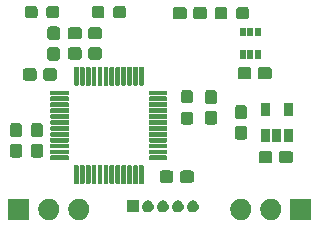
<source format=gbr>
G04 #@! TF.GenerationSoftware,KiCad,Pcbnew,(5.1.5)-3*
G04 #@! TF.CreationDate,2021-02-05T10:45:09+01:00*
G04 #@! TF.ProjectId,kapuki-cursen-hw,6b617075-6b69-42d6-9375-7273656e2d68,rev?*
G04 #@! TF.SameCoordinates,Original*
G04 #@! TF.FileFunction,Soldermask,Top*
G04 #@! TF.FilePolarity,Negative*
%FSLAX46Y46*%
G04 Gerber Fmt 4.6, Leading zero omitted, Abs format (unit mm)*
G04 Created by KiCad (PCBNEW (5.1.5)-3) date 2021-02-05 10:45:09*
%MOMM*%
%LPD*%
G04 APERTURE LIST*
%ADD10C,0.100000*%
G04 APERTURE END LIST*
D10*
G36*
X147458800Y-92340800D02*
G01*
X145657200Y-92340800D01*
X145657200Y-90539200D01*
X147458800Y-90539200D01*
X147458800Y-92340800D01*
G37*
G36*
X144280754Y-90573817D02*
G01*
X144444689Y-90641721D01*
X144592227Y-90740303D01*
X144717697Y-90865773D01*
X144816279Y-91013311D01*
X144884183Y-91177246D01*
X144918800Y-91351279D01*
X144918800Y-91528721D01*
X144884183Y-91702754D01*
X144816279Y-91866689D01*
X144717697Y-92014227D01*
X144592227Y-92139697D01*
X144444689Y-92238279D01*
X144280754Y-92306183D01*
X144106721Y-92340800D01*
X143929279Y-92340800D01*
X143755246Y-92306183D01*
X143591311Y-92238279D01*
X143443773Y-92139697D01*
X143318303Y-92014227D01*
X143219721Y-91866689D01*
X143151817Y-91702754D01*
X143117200Y-91528721D01*
X143117200Y-91351279D01*
X143151817Y-91177246D01*
X143219721Y-91013311D01*
X143318303Y-90865773D01*
X143443773Y-90740303D01*
X143591311Y-90641721D01*
X143755246Y-90573817D01*
X143929279Y-90539200D01*
X144106721Y-90539200D01*
X144280754Y-90573817D01*
G37*
G36*
X128024754Y-90573817D02*
G01*
X128188689Y-90641721D01*
X128336227Y-90740303D01*
X128461697Y-90865773D01*
X128560279Y-91013311D01*
X128628183Y-91177246D01*
X128662800Y-91351279D01*
X128662800Y-91528721D01*
X128628183Y-91702754D01*
X128560279Y-91866689D01*
X128461697Y-92014227D01*
X128336227Y-92139697D01*
X128188689Y-92238279D01*
X128024754Y-92306183D01*
X127850721Y-92340800D01*
X127673279Y-92340800D01*
X127499246Y-92306183D01*
X127335311Y-92238279D01*
X127187773Y-92139697D01*
X127062303Y-92014227D01*
X126963721Y-91866689D01*
X126895817Y-91702754D01*
X126861200Y-91528721D01*
X126861200Y-91351279D01*
X126895817Y-91177246D01*
X126963721Y-91013311D01*
X127062303Y-90865773D01*
X127187773Y-90740303D01*
X127335311Y-90641721D01*
X127499246Y-90573817D01*
X127673279Y-90539200D01*
X127850721Y-90539200D01*
X128024754Y-90573817D01*
G37*
G36*
X125484754Y-90573817D02*
G01*
X125648689Y-90641721D01*
X125796227Y-90740303D01*
X125921697Y-90865773D01*
X126020279Y-91013311D01*
X126088183Y-91177246D01*
X126122800Y-91351279D01*
X126122800Y-91528721D01*
X126088183Y-91702754D01*
X126020279Y-91866689D01*
X125921697Y-92014227D01*
X125796227Y-92139697D01*
X125648689Y-92238279D01*
X125484754Y-92306183D01*
X125310721Y-92340800D01*
X125133279Y-92340800D01*
X124959246Y-92306183D01*
X124795311Y-92238279D01*
X124647773Y-92139697D01*
X124522303Y-92014227D01*
X124423721Y-91866689D01*
X124355817Y-91702754D01*
X124321200Y-91528721D01*
X124321200Y-91351279D01*
X124355817Y-91177246D01*
X124423721Y-91013311D01*
X124522303Y-90865773D01*
X124647773Y-90740303D01*
X124795311Y-90641721D01*
X124959246Y-90573817D01*
X125133279Y-90539200D01*
X125310721Y-90539200D01*
X125484754Y-90573817D01*
G37*
G36*
X141740754Y-90573817D02*
G01*
X141904689Y-90641721D01*
X142052227Y-90740303D01*
X142177697Y-90865773D01*
X142276279Y-91013311D01*
X142344183Y-91177246D01*
X142378800Y-91351279D01*
X142378800Y-91528721D01*
X142344183Y-91702754D01*
X142276279Y-91866689D01*
X142177697Y-92014227D01*
X142052227Y-92139697D01*
X141904689Y-92238279D01*
X141740754Y-92306183D01*
X141566721Y-92340800D01*
X141389279Y-92340800D01*
X141215246Y-92306183D01*
X141051311Y-92238279D01*
X140903773Y-92139697D01*
X140778303Y-92014227D01*
X140679721Y-91866689D01*
X140611817Y-91702754D01*
X140577200Y-91528721D01*
X140577200Y-91351279D01*
X140611817Y-91177246D01*
X140679721Y-91013311D01*
X140778303Y-90865773D01*
X140903773Y-90740303D01*
X141051311Y-90641721D01*
X141215246Y-90573817D01*
X141389279Y-90539200D01*
X141566721Y-90539200D01*
X141740754Y-90573817D01*
G37*
G36*
X123582800Y-92340800D02*
G01*
X121781200Y-92340800D01*
X121781200Y-90539200D01*
X123582800Y-90539200D01*
X123582800Y-92340800D01*
G37*
G36*
X137560078Y-90704446D02*
G01*
X137651218Y-90742197D01*
X137651219Y-90742198D01*
X137651222Y-90742199D01*
X137705900Y-90778734D01*
X137733241Y-90797003D01*
X137802997Y-90866759D01*
X137802998Y-90866761D01*
X137857801Y-90948778D01*
X137857802Y-90948781D01*
X137857803Y-90948782D01*
X137895554Y-91039922D01*
X137914800Y-91136676D01*
X137914800Y-91235324D01*
X137895554Y-91332078D01*
X137857803Y-91423218D01*
X137857801Y-91423222D01*
X137821266Y-91477900D01*
X137802997Y-91505241D01*
X137733241Y-91574997D01*
X137705900Y-91593266D01*
X137651222Y-91629801D01*
X137651219Y-91629802D01*
X137651218Y-91629803D01*
X137560078Y-91667554D01*
X137463324Y-91686800D01*
X137364676Y-91686800D01*
X137267922Y-91667554D01*
X137176782Y-91629803D01*
X137176781Y-91629802D01*
X137176778Y-91629801D01*
X137122100Y-91593266D01*
X137094759Y-91574997D01*
X137025003Y-91505241D01*
X137006734Y-91477900D01*
X136970199Y-91423222D01*
X136970197Y-91423218D01*
X136932446Y-91332078D01*
X136913200Y-91235324D01*
X136913200Y-91136676D01*
X136932446Y-91039922D01*
X136970197Y-90948782D01*
X136970198Y-90948781D01*
X136970199Y-90948778D01*
X137025002Y-90866761D01*
X137025003Y-90866759D01*
X137094759Y-90797003D01*
X137122100Y-90778734D01*
X137176778Y-90742199D01*
X137176781Y-90742198D01*
X137176782Y-90742197D01*
X137267922Y-90704446D01*
X137364676Y-90685200D01*
X137463324Y-90685200D01*
X137560078Y-90704446D01*
G37*
G36*
X136290078Y-90704446D02*
G01*
X136381218Y-90742197D01*
X136381219Y-90742198D01*
X136381222Y-90742199D01*
X136435900Y-90778734D01*
X136463241Y-90797003D01*
X136532997Y-90866759D01*
X136532998Y-90866761D01*
X136587801Y-90948778D01*
X136587802Y-90948781D01*
X136587803Y-90948782D01*
X136625554Y-91039922D01*
X136644800Y-91136676D01*
X136644800Y-91235324D01*
X136625554Y-91332078D01*
X136587803Y-91423218D01*
X136587801Y-91423222D01*
X136551266Y-91477900D01*
X136532997Y-91505241D01*
X136463241Y-91574997D01*
X136435900Y-91593266D01*
X136381222Y-91629801D01*
X136381219Y-91629802D01*
X136381218Y-91629803D01*
X136290078Y-91667554D01*
X136193324Y-91686800D01*
X136094676Y-91686800D01*
X135997922Y-91667554D01*
X135906782Y-91629803D01*
X135906781Y-91629802D01*
X135906778Y-91629801D01*
X135852100Y-91593266D01*
X135824759Y-91574997D01*
X135755003Y-91505241D01*
X135736734Y-91477900D01*
X135700199Y-91423222D01*
X135700197Y-91423218D01*
X135662446Y-91332078D01*
X135643200Y-91235324D01*
X135643200Y-91136676D01*
X135662446Y-91039922D01*
X135700197Y-90948782D01*
X135700198Y-90948781D01*
X135700199Y-90948778D01*
X135755002Y-90866761D01*
X135755003Y-90866759D01*
X135824759Y-90797003D01*
X135852100Y-90778734D01*
X135906778Y-90742199D01*
X135906781Y-90742198D01*
X135906782Y-90742197D01*
X135997922Y-90704446D01*
X136094676Y-90685200D01*
X136193324Y-90685200D01*
X136290078Y-90704446D01*
G37*
G36*
X133750078Y-90704446D02*
G01*
X133841218Y-90742197D01*
X133841219Y-90742198D01*
X133841222Y-90742199D01*
X133895900Y-90778734D01*
X133923241Y-90797003D01*
X133992997Y-90866759D01*
X133992998Y-90866761D01*
X134047801Y-90948778D01*
X134047802Y-90948781D01*
X134047803Y-90948782D01*
X134085554Y-91039922D01*
X134104800Y-91136676D01*
X134104800Y-91235324D01*
X134085554Y-91332078D01*
X134047803Y-91423218D01*
X134047801Y-91423222D01*
X134011266Y-91477900D01*
X133992997Y-91505241D01*
X133923241Y-91574997D01*
X133895900Y-91593266D01*
X133841222Y-91629801D01*
X133841219Y-91629802D01*
X133841218Y-91629803D01*
X133750078Y-91667554D01*
X133653324Y-91686800D01*
X133554676Y-91686800D01*
X133457922Y-91667554D01*
X133366782Y-91629803D01*
X133366781Y-91629802D01*
X133366778Y-91629801D01*
X133312100Y-91593266D01*
X133284759Y-91574997D01*
X133215003Y-91505241D01*
X133196734Y-91477900D01*
X133160199Y-91423222D01*
X133160197Y-91423218D01*
X133122446Y-91332078D01*
X133103200Y-91235324D01*
X133103200Y-91136676D01*
X133122446Y-91039922D01*
X133160197Y-90948782D01*
X133160198Y-90948781D01*
X133160199Y-90948778D01*
X133215002Y-90866761D01*
X133215003Y-90866759D01*
X133284759Y-90797003D01*
X133312100Y-90778734D01*
X133366778Y-90742199D01*
X133366781Y-90742198D01*
X133366782Y-90742197D01*
X133457922Y-90704446D01*
X133554676Y-90685200D01*
X133653324Y-90685200D01*
X133750078Y-90704446D01*
G37*
G36*
X132834800Y-91686800D02*
G01*
X131833200Y-91686800D01*
X131833200Y-90685200D01*
X132834800Y-90685200D01*
X132834800Y-91686800D01*
G37*
G36*
X135020078Y-90704446D02*
G01*
X135111218Y-90742197D01*
X135111219Y-90742198D01*
X135111222Y-90742199D01*
X135165900Y-90778734D01*
X135193241Y-90797003D01*
X135262997Y-90866759D01*
X135262998Y-90866761D01*
X135317801Y-90948778D01*
X135317802Y-90948781D01*
X135317803Y-90948782D01*
X135355554Y-91039922D01*
X135374800Y-91136676D01*
X135374800Y-91235324D01*
X135355554Y-91332078D01*
X135317803Y-91423218D01*
X135317801Y-91423222D01*
X135281266Y-91477900D01*
X135262997Y-91505241D01*
X135193241Y-91574997D01*
X135165900Y-91593266D01*
X135111222Y-91629801D01*
X135111219Y-91629802D01*
X135111218Y-91629803D01*
X135020078Y-91667554D01*
X134923324Y-91686800D01*
X134824676Y-91686800D01*
X134727922Y-91667554D01*
X134636782Y-91629803D01*
X134636781Y-91629802D01*
X134636778Y-91629801D01*
X134582100Y-91593266D01*
X134554759Y-91574997D01*
X134485003Y-91505241D01*
X134466734Y-91477900D01*
X134430199Y-91423222D01*
X134430197Y-91423218D01*
X134392446Y-91332078D01*
X134373200Y-91235324D01*
X134373200Y-91136676D01*
X134392446Y-91039922D01*
X134430197Y-90948782D01*
X134430198Y-90948781D01*
X134430199Y-90948778D01*
X134485002Y-90866761D01*
X134485003Y-90866759D01*
X134554759Y-90797003D01*
X134582100Y-90778734D01*
X134636778Y-90742199D01*
X134636781Y-90742198D01*
X134636782Y-90742197D01*
X134727922Y-90704446D01*
X134824676Y-90685200D01*
X134923324Y-90685200D01*
X135020078Y-90704446D01*
G37*
G36*
X130182189Y-87704006D02*
G01*
X130198610Y-87708987D01*
X130213756Y-87717084D01*
X130227026Y-87727974D01*
X130237916Y-87741244D01*
X130246013Y-87756390D01*
X130250994Y-87772811D01*
X130252800Y-87791150D01*
X130252800Y-89189850D01*
X130250994Y-89208189D01*
X130246013Y-89224610D01*
X130237916Y-89239756D01*
X130227026Y-89253026D01*
X130213756Y-89263916D01*
X130198610Y-89272013D01*
X130182189Y-89276994D01*
X130163850Y-89278800D01*
X129940150Y-89278800D01*
X129921811Y-89276994D01*
X129905390Y-89272013D01*
X129890244Y-89263916D01*
X129876974Y-89253026D01*
X129866084Y-89239756D01*
X129857987Y-89224610D01*
X129853006Y-89208189D01*
X129851200Y-89189850D01*
X129851200Y-87791150D01*
X129853006Y-87772811D01*
X129857987Y-87756390D01*
X129866084Y-87741244D01*
X129876974Y-87727974D01*
X129890244Y-87717084D01*
X129905390Y-87708987D01*
X129921811Y-87704006D01*
X129940150Y-87702200D01*
X130163850Y-87702200D01*
X130182189Y-87704006D01*
G37*
G36*
X133182189Y-87704006D02*
G01*
X133198610Y-87708987D01*
X133213756Y-87717084D01*
X133227026Y-87727974D01*
X133237916Y-87741244D01*
X133246013Y-87756390D01*
X133250994Y-87772811D01*
X133252800Y-87791150D01*
X133252800Y-89189850D01*
X133250994Y-89208189D01*
X133246013Y-89224610D01*
X133237916Y-89239756D01*
X133227026Y-89253026D01*
X133213756Y-89263916D01*
X133198610Y-89272013D01*
X133182189Y-89276994D01*
X133163850Y-89278800D01*
X132940150Y-89278800D01*
X132921811Y-89276994D01*
X132905390Y-89272013D01*
X132890244Y-89263916D01*
X132876974Y-89253026D01*
X132866084Y-89239756D01*
X132857987Y-89224610D01*
X132853006Y-89208189D01*
X132851200Y-89189850D01*
X132851200Y-87791150D01*
X132853006Y-87772811D01*
X132857987Y-87756390D01*
X132866084Y-87741244D01*
X132876974Y-87727974D01*
X132890244Y-87717084D01*
X132905390Y-87708987D01*
X132921811Y-87704006D01*
X132940150Y-87702200D01*
X133163850Y-87702200D01*
X133182189Y-87704006D01*
G37*
G36*
X132682189Y-87704006D02*
G01*
X132698610Y-87708987D01*
X132713756Y-87717084D01*
X132727026Y-87727974D01*
X132737916Y-87741244D01*
X132746013Y-87756390D01*
X132750994Y-87772811D01*
X132752800Y-87791150D01*
X132752800Y-89189850D01*
X132750994Y-89208189D01*
X132746013Y-89224610D01*
X132737916Y-89239756D01*
X132727026Y-89253026D01*
X132713756Y-89263916D01*
X132698610Y-89272013D01*
X132682189Y-89276994D01*
X132663850Y-89278800D01*
X132440150Y-89278800D01*
X132421811Y-89276994D01*
X132405390Y-89272013D01*
X132390244Y-89263916D01*
X132376974Y-89253026D01*
X132366084Y-89239756D01*
X132357987Y-89224610D01*
X132353006Y-89208189D01*
X132351200Y-89189850D01*
X132351200Y-87791150D01*
X132353006Y-87772811D01*
X132357987Y-87756390D01*
X132366084Y-87741244D01*
X132376974Y-87727974D01*
X132390244Y-87717084D01*
X132405390Y-87708987D01*
X132421811Y-87704006D01*
X132440150Y-87702200D01*
X132663850Y-87702200D01*
X132682189Y-87704006D01*
G37*
G36*
X132182189Y-87704006D02*
G01*
X132198610Y-87708987D01*
X132213756Y-87717084D01*
X132227026Y-87727974D01*
X132237916Y-87741244D01*
X132246013Y-87756390D01*
X132250994Y-87772811D01*
X132252800Y-87791150D01*
X132252800Y-89189850D01*
X132250994Y-89208189D01*
X132246013Y-89224610D01*
X132237916Y-89239756D01*
X132227026Y-89253026D01*
X132213756Y-89263916D01*
X132198610Y-89272013D01*
X132182189Y-89276994D01*
X132163850Y-89278800D01*
X131940150Y-89278800D01*
X131921811Y-89276994D01*
X131905390Y-89272013D01*
X131890244Y-89263916D01*
X131876974Y-89253026D01*
X131866084Y-89239756D01*
X131857987Y-89224610D01*
X131853006Y-89208189D01*
X131851200Y-89189850D01*
X131851200Y-87791150D01*
X131853006Y-87772811D01*
X131857987Y-87756390D01*
X131866084Y-87741244D01*
X131876974Y-87727974D01*
X131890244Y-87717084D01*
X131905390Y-87708987D01*
X131921811Y-87704006D01*
X131940150Y-87702200D01*
X132163850Y-87702200D01*
X132182189Y-87704006D01*
G37*
G36*
X131182189Y-87704006D02*
G01*
X131198610Y-87708987D01*
X131213756Y-87717084D01*
X131227026Y-87727974D01*
X131237916Y-87741244D01*
X131246013Y-87756390D01*
X131250994Y-87772811D01*
X131252800Y-87791150D01*
X131252800Y-89189850D01*
X131250994Y-89208189D01*
X131246013Y-89224610D01*
X131237916Y-89239756D01*
X131227026Y-89253026D01*
X131213756Y-89263916D01*
X131198610Y-89272013D01*
X131182189Y-89276994D01*
X131163850Y-89278800D01*
X130940150Y-89278800D01*
X130921811Y-89276994D01*
X130905390Y-89272013D01*
X130890244Y-89263916D01*
X130876974Y-89253026D01*
X130866084Y-89239756D01*
X130857987Y-89224610D01*
X130853006Y-89208189D01*
X130851200Y-89189850D01*
X130851200Y-87791150D01*
X130853006Y-87772811D01*
X130857987Y-87756390D01*
X130866084Y-87741244D01*
X130876974Y-87727974D01*
X130890244Y-87717084D01*
X130905390Y-87708987D01*
X130921811Y-87704006D01*
X130940150Y-87702200D01*
X131163850Y-87702200D01*
X131182189Y-87704006D01*
G37*
G36*
X130682189Y-87704006D02*
G01*
X130698610Y-87708987D01*
X130713756Y-87717084D01*
X130727026Y-87727974D01*
X130737916Y-87741244D01*
X130746013Y-87756390D01*
X130750994Y-87772811D01*
X130752800Y-87791150D01*
X130752800Y-89189850D01*
X130750994Y-89208189D01*
X130746013Y-89224610D01*
X130737916Y-89239756D01*
X130727026Y-89253026D01*
X130713756Y-89263916D01*
X130698610Y-89272013D01*
X130682189Y-89276994D01*
X130663850Y-89278800D01*
X130440150Y-89278800D01*
X130421811Y-89276994D01*
X130405390Y-89272013D01*
X130390244Y-89263916D01*
X130376974Y-89253026D01*
X130366084Y-89239756D01*
X130357987Y-89224610D01*
X130353006Y-89208189D01*
X130351200Y-89189850D01*
X130351200Y-87791150D01*
X130353006Y-87772811D01*
X130357987Y-87756390D01*
X130366084Y-87741244D01*
X130376974Y-87727974D01*
X130390244Y-87717084D01*
X130405390Y-87708987D01*
X130421811Y-87704006D01*
X130440150Y-87702200D01*
X130663850Y-87702200D01*
X130682189Y-87704006D01*
G37*
G36*
X129682189Y-87704006D02*
G01*
X129698610Y-87708987D01*
X129713756Y-87717084D01*
X129727026Y-87727974D01*
X129737916Y-87741244D01*
X129746013Y-87756390D01*
X129750994Y-87772811D01*
X129752800Y-87791150D01*
X129752800Y-89189850D01*
X129750994Y-89208189D01*
X129746013Y-89224610D01*
X129737916Y-89239756D01*
X129727026Y-89253026D01*
X129713756Y-89263916D01*
X129698610Y-89272013D01*
X129682189Y-89276994D01*
X129663850Y-89278800D01*
X129440150Y-89278800D01*
X129421811Y-89276994D01*
X129405390Y-89272013D01*
X129390244Y-89263916D01*
X129376974Y-89253026D01*
X129366084Y-89239756D01*
X129357987Y-89224610D01*
X129353006Y-89208189D01*
X129351200Y-89189850D01*
X129351200Y-87791150D01*
X129353006Y-87772811D01*
X129357987Y-87756390D01*
X129366084Y-87741244D01*
X129376974Y-87727974D01*
X129390244Y-87717084D01*
X129405390Y-87708987D01*
X129421811Y-87704006D01*
X129440150Y-87702200D01*
X129663850Y-87702200D01*
X129682189Y-87704006D01*
G37*
G36*
X128682189Y-87704006D02*
G01*
X128698610Y-87708987D01*
X128713756Y-87717084D01*
X128727026Y-87727974D01*
X128737916Y-87741244D01*
X128746013Y-87756390D01*
X128750994Y-87772811D01*
X128752800Y-87791150D01*
X128752800Y-89189850D01*
X128750994Y-89208189D01*
X128746013Y-89224610D01*
X128737916Y-89239756D01*
X128727026Y-89253026D01*
X128713756Y-89263916D01*
X128698610Y-89272013D01*
X128682189Y-89276994D01*
X128663850Y-89278800D01*
X128440150Y-89278800D01*
X128421811Y-89276994D01*
X128405390Y-89272013D01*
X128390244Y-89263916D01*
X128376974Y-89253026D01*
X128366084Y-89239756D01*
X128357987Y-89224610D01*
X128353006Y-89208189D01*
X128351200Y-89189850D01*
X128351200Y-87791150D01*
X128353006Y-87772811D01*
X128357987Y-87756390D01*
X128366084Y-87741244D01*
X128376974Y-87727974D01*
X128390244Y-87717084D01*
X128405390Y-87708987D01*
X128421811Y-87704006D01*
X128440150Y-87702200D01*
X128663850Y-87702200D01*
X128682189Y-87704006D01*
G37*
G36*
X128182189Y-87704006D02*
G01*
X128198610Y-87708987D01*
X128213756Y-87717084D01*
X128227026Y-87727974D01*
X128237916Y-87741244D01*
X128246013Y-87756390D01*
X128250994Y-87772811D01*
X128252800Y-87791150D01*
X128252800Y-89189850D01*
X128250994Y-89208189D01*
X128246013Y-89224610D01*
X128237916Y-89239756D01*
X128227026Y-89253026D01*
X128213756Y-89263916D01*
X128198610Y-89272013D01*
X128182189Y-89276994D01*
X128163850Y-89278800D01*
X127940150Y-89278800D01*
X127921811Y-89276994D01*
X127905390Y-89272013D01*
X127890244Y-89263916D01*
X127876974Y-89253026D01*
X127866084Y-89239756D01*
X127857987Y-89224610D01*
X127853006Y-89208189D01*
X127851200Y-89189850D01*
X127851200Y-87791150D01*
X127853006Y-87772811D01*
X127857987Y-87756390D01*
X127866084Y-87741244D01*
X127876974Y-87727974D01*
X127890244Y-87717084D01*
X127905390Y-87708987D01*
X127921811Y-87704006D01*
X127940150Y-87702200D01*
X128163850Y-87702200D01*
X128182189Y-87704006D01*
G37*
G36*
X127682189Y-87704006D02*
G01*
X127698610Y-87708987D01*
X127713756Y-87717084D01*
X127727026Y-87727974D01*
X127737916Y-87741244D01*
X127746013Y-87756390D01*
X127750994Y-87772811D01*
X127752800Y-87791150D01*
X127752800Y-89189850D01*
X127750994Y-89208189D01*
X127746013Y-89224610D01*
X127737916Y-89239756D01*
X127727026Y-89253026D01*
X127713756Y-89263916D01*
X127698610Y-89272013D01*
X127682189Y-89276994D01*
X127663850Y-89278800D01*
X127440150Y-89278800D01*
X127421811Y-89276994D01*
X127405390Y-89272013D01*
X127390244Y-89263916D01*
X127376974Y-89253026D01*
X127366084Y-89239756D01*
X127357987Y-89224610D01*
X127353006Y-89208189D01*
X127351200Y-89189850D01*
X127351200Y-87791150D01*
X127353006Y-87772811D01*
X127357987Y-87756390D01*
X127366084Y-87741244D01*
X127376974Y-87727974D01*
X127390244Y-87717084D01*
X127405390Y-87708987D01*
X127421811Y-87704006D01*
X127440150Y-87702200D01*
X127663850Y-87702200D01*
X127682189Y-87704006D01*
G37*
G36*
X129182189Y-87704006D02*
G01*
X129198610Y-87708987D01*
X129213756Y-87717084D01*
X129227026Y-87727974D01*
X129237916Y-87741244D01*
X129246013Y-87756390D01*
X129250994Y-87772811D01*
X129252800Y-87791150D01*
X129252800Y-89189850D01*
X129250994Y-89208189D01*
X129246013Y-89224610D01*
X129237916Y-89239756D01*
X129227026Y-89253026D01*
X129213756Y-89263916D01*
X129198610Y-89272013D01*
X129182189Y-89276994D01*
X129163850Y-89278800D01*
X128940150Y-89278800D01*
X128921811Y-89276994D01*
X128905390Y-89272013D01*
X128890244Y-89263916D01*
X128876974Y-89253026D01*
X128866084Y-89239756D01*
X128857987Y-89224610D01*
X128853006Y-89208189D01*
X128851200Y-89189850D01*
X128851200Y-87791150D01*
X128853006Y-87772811D01*
X128857987Y-87756390D01*
X128866084Y-87741244D01*
X128876974Y-87727974D01*
X128890244Y-87717084D01*
X128905390Y-87708987D01*
X128921811Y-87704006D01*
X128940150Y-87702200D01*
X129163850Y-87702200D01*
X129182189Y-87704006D01*
G37*
G36*
X131682189Y-87704006D02*
G01*
X131698610Y-87708987D01*
X131713756Y-87717084D01*
X131727026Y-87727974D01*
X131737916Y-87741244D01*
X131746013Y-87756390D01*
X131750994Y-87772811D01*
X131752800Y-87791150D01*
X131752800Y-89189850D01*
X131750994Y-89208189D01*
X131746013Y-89224610D01*
X131737916Y-89239756D01*
X131727026Y-89253026D01*
X131713756Y-89263916D01*
X131698610Y-89272013D01*
X131682189Y-89276994D01*
X131663850Y-89278800D01*
X131440150Y-89278800D01*
X131421811Y-89276994D01*
X131405390Y-89272013D01*
X131390244Y-89263916D01*
X131376974Y-89253026D01*
X131366084Y-89239756D01*
X131357987Y-89224610D01*
X131353006Y-89208189D01*
X131351200Y-89189850D01*
X131351200Y-87791150D01*
X131353006Y-87772811D01*
X131357987Y-87756390D01*
X131366084Y-87741244D01*
X131376974Y-87727974D01*
X131390244Y-87717084D01*
X131405390Y-87708987D01*
X131421811Y-87704006D01*
X131440150Y-87702200D01*
X131663850Y-87702200D01*
X131682189Y-87704006D01*
G37*
G36*
X135566791Y-88150529D02*
G01*
X135613699Y-88164758D01*
X135656935Y-88187868D01*
X135694831Y-88218969D01*
X135725932Y-88256865D01*
X135749042Y-88300101D01*
X135763271Y-88347009D01*
X135768200Y-88397051D01*
X135768200Y-88945749D01*
X135763271Y-88995791D01*
X135749042Y-89042699D01*
X135725932Y-89085935D01*
X135694831Y-89123831D01*
X135656935Y-89154932D01*
X135613699Y-89178042D01*
X135566791Y-89192271D01*
X135516749Y-89197200D01*
X134843051Y-89197200D01*
X134793009Y-89192271D01*
X134746101Y-89178042D01*
X134702865Y-89154932D01*
X134664969Y-89123831D01*
X134633868Y-89085935D01*
X134610758Y-89042699D01*
X134596529Y-88995791D01*
X134591600Y-88945749D01*
X134591600Y-88397051D01*
X134596529Y-88347009D01*
X134610758Y-88300101D01*
X134633868Y-88256865D01*
X134664969Y-88218969D01*
X134702865Y-88187868D01*
X134746101Y-88164758D01*
X134793009Y-88150529D01*
X134843051Y-88145600D01*
X135516749Y-88145600D01*
X135566791Y-88150529D01*
G37*
G36*
X137291791Y-88150529D02*
G01*
X137338699Y-88164758D01*
X137381935Y-88187868D01*
X137419831Y-88218969D01*
X137450932Y-88256865D01*
X137474042Y-88300101D01*
X137488271Y-88347009D01*
X137493200Y-88397051D01*
X137493200Y-88945749D01*
X137488271Y-88995791D01*
X137474042Y-89042699D01*
X137450932Y-89085935D01*
X137419831Y-89123831D01*
X137381935Y-89154932D01*
X137338699Y-89178042D01*
X137291791Y-89192271D01*
X137241749Y-89197200D01*
X136568051Y-89197200D01*
X136518009Y-89192271D01*
X136471101Y-89178042D01*
X136427865Y-89154932D01*
X136389969Y-89123831D01*
X136358868Y-89085935D01*
X136335758Y-89042699D01*
X136321529Y-88995791D01*
X136316600Y-88945749D01*
X136316600Y-88397051D01*
X136321529Y-88347009D01*
X136335758Y-88300101D01*
X136358868Y-88256865D01*
X136389969Y-88218969D01*
X136427865Y-88187868D01*
X136471101Y-88164758D01*
X136518009Y-88150529D01*
X136568051Y-88145600D01*
X137241749Y-88145600D01*
X137291791Y-88150529D01*
G37*
G36*
X145673791Y-86474129D02*
G01*
X145720699Y-86488358D01*
X145763935Y-86511468D01*
X145801831Y-86542569D01*
X145832932Y-86580465D01*
X145856042Y-86623701D01*
X145870271Y-86670609D01*
X145875200Y-86720651D01*
X145875200Y-87269349D01*
X145870271Y-87319391D01*
X145856042Y-87366299D01*
X145832932Y-87409535D01*
X145801831Y-87447431D01*
X145763935Y-87478532D01*
X145720699Y-87501642D01*
X145673791Y-87515871D01*
X145623749Y-87520800D01*
X144950051Y-87520800D01*
X144900009Y-87515871D01*
X144853101Y-87501642D01*
X144809865Y-87478532D01*
X144771969Y-87447431D01*
X144740868Y-87409535D01*
X144717758Y-87366299D01*
X144703529Y-87319391D01*
X144698600Y-87269349D01*
X144698600Y-86720651D01*
X144703529Y-86670609D01*
X144717758Y-86623701D01*
X144740868Y-86580465D01*
X144771969Y-86542569D01*
X144809865Y-86511468D01*
X144853101Y-86488358D01*
X144900009Y-86474129D01*
X144950051Y-86469200D01*
X145623749Y-86469200D01*
X145673791Y-86474129D01*
G37*
G36*
X143948791Y-86474129D02*
G01*
X143995699Y-86488358D01*
X144038935Y-86511468D01*
X144076831Y-86542569D01*
X144107932Y-86580465D01*
X144131042Y-86623701D01*
X144145271Y-86670609D01*
X144150200Y-86720651D01*
X144150200Y-87269349D01*
X144145271Y-87319391D01*
X144131042Y-87366299D01*
X144107932Y-87409535D01*
X144076831Y-87447431D01*
X144038935Y-87478532D01*
X143995699Y-87501642D01*
X143948791Y-87515871D01*
X143898749Y-87520800D01*
X143225051Y-87520800D01*
X143175009Y-87515871D01*
X143128101Y-87501642D01*
X143084865Y-87478532D01*
X143046969Y-87447431D01*
X143015868Y-87409535D01*
X142992758Y-87366299D01*
X142978529Y-87319391D01*
X142973600Y-87269349D01*
X142973600Y-86720651D01*
X142978529Y-86670609D01*
X142992758Y-86623701D01*
X143015868Y-86580465D01*
X143046969Y-86542569D01*
X143084865Y-86511468D01*
X143128101Y-86488358D01*
X143175009Y-86474129D01*
X143225051Y-86469200D01*
X143898749Y-86469200D01*
X143948791Y-86474129D01*
G37*
G36*
X135182189Y-86879006D02*
G01*
X135198610Y-86883987D01*
X135213756Y-86892084D01*
X135227026Y-86902974D01*
X135237916Y-86916244D01*
X135246013Y-86931390D01*
X135250994Y-86947811D01*
X135252800Y-86966150D01*
X135252800Y-87189850D01*
X135250994Y-87208189D01*
X135246013Y-87224610D01*
X135237916Y-87239756D01*
X135227026Y-87253026D01*
X135213756Y-87263916D01*
X135198610Y-87272013D01*
X135182189Y-87276994D01*
X135163850Y-87278800D01*
X133765150Y-87278800D01*
X133746811Y-87276994D01*
X133730390Y-87272013D01*
X133715244Y-87263916D01*
X133701974Y-87253026D01*
X133691084Y-87239756D01*
X133682987Y-87224610D01*
X133678006Y-87208189D01*
X133676200Y-87189850D01*
X133676200Y-86966150D01*
X133678006Y-86947811D01*
X133682987Y-86931390D01*
X133691084Y-86916244D01*
X133701974Y-86902974D01*
X133715244Y-86892084D01*
X133730390Y-86883987D01*
X133746811Y-86879006D01*
X133765150Y-86877200D01*
X135163850Y-86877200D01*
X135182189Y-86879006D01*
G37*
G36*
X126857189Y-86879006D02*
G01*
X126873610Y-86883987D01*
X126888756Y-86892084D01*
X126902026Y-86902974D01*
X126912916Y-86916244D01*
X126921013Y-86931390D01*
X126925994Y-86947811D01*
X126927800Y-86966150D01*
X126927800Y-87189850D01*
X126925994Y-87208189D01*
X126921013Y-87224610D01*
X126912916Y-87239756D01*
X126902026Y-87253026D01*
X126888756Y-87263916D01*
X126873610Y-87272013D01*
X126857189Y-87276994D01*
X126838850Y-87278800D01*
X125440150Y-87278800D01*
X125421811Y-87276994D01*
X125405390Y-87272013D01*
X125390244Y-87263916D01*
X125376974Y-87253026D01*
X125366084Y-87239756D01*
X125357987Y-87224610D01*
X125353006Y-87208189D01*
X125351200Y-87189850D01*
X125351200Y-86966150D01*
X125353006Y-86947811D01*
X125357987Y-86931390D01*
X125366084Y-86916244D01*
X125376974Y-86902974D01*
X125390244Y-86892084D01*
X125405390Y-86883987D01*
X125421811Y-86879006D01*
X125440150Y-86877200D01*
X126838850Y-86877200D01*
X126857189Y-86879006D01*
G37*
G36*
X124530391Y-85877129D02*
G01*
X124577299Y-85891358D01*
X124620535Y-85914468D01*
X124658431Y-85945569D01*
X124689532Y-85983465D01*
X124712642Y-86026701D01*
X124726871Y-86073609D01*
X124731800Y-86123651D01*
X124731800Y-86797349D01*
X124726871Y-86847391D01*
X124712642Y-86894299D01*
X124689532Y-86937535D01*
X124658431Y-86975431D01*
X124620535Y-87006532D01*
X124577299Y-87029642D01*
X124530391Y-87043871D01*
X124480349Y-87048800D01*
X123931651Y-87048800D01*
X123881609Y-87043871D01*
X123834701Y-87029642D01*
X123791465Y-87006532D01*
X123753569Y-86975431D01*
X123722468Y-86937535D01*
X123699358Y-86894299D01*
X123685129Y-86847391D01*
X123680200Y-86797349D01*
X123680200Y-86123651D01*
X123685129Y-86073609D01*
X123699358Y-86026701D01*
X123722468Y-85983465D01*
X123753569Y-85945569D01*
X123791465Y-85914468D01*
X123834701Y-85891358D01*
X123881609Y-85877129D01*
X123931651Y-85872200D01*
X124480349Y-85872200D01*
X124530391Y-85877129D01*
G37*
G36*
X122752391Y-85877129D02*
G01*
X122799299Y-85891358D01*
X122842535Y-85914468D01*
X122880431Y-85945569D01*
X122911532Y-85983465D01*
X122934642Y-86026701D01*
X122948871Y-86073609D01*
X122953800Y-86123651D01*
X122953800Y-86797349D01*
X122948871Y-86847391D01*
X122934642Y-86894299D01*
X122911532Y-86937535D01*
X122880431Y-86975431D01*
X122842535Y-87006532D01*
X122799299Y-87029642D01*
X122752391Y-87043871D01*
X122702349Y-87048800D01*
X122153651Y-87048800D01*
X122103609Y-87043871D01*
X122056701Y-87029642D01*
X122013465Y-87006532D01*
X121975569Y-86975431D01*
X121944468Y-86937535D01*
X121921358Y-86894299D01*
X121907129Y-86847391D01*
X121902200Y-86797349D01*
X121902200Y-86123651D01*
X121907129Y-86073609D01*
X121921358Y-86026701D01*
X121944468Y-85983465D01*
X121975569Y-85945569D01*
X122013465Y-85914468D01*
X122056701Y-85891358D01*
X122103609Y-85877129D01*
X122153651Y-85872200D01*
X122702349Y-85872200D01*
X122752391Y-85877129D01*
G37*
G36*
X126857189Y-86379006D02*
G01*
X126873610Y-86383987D01*
X126888756Y-86392084D01*
X126902026Y-86402974D01*
X126912916Y-86416244D01*
X126921013Y-86431390D01*
X126925994Y-86447811D01*
X126927800Y-86466150D01*
X126927800Y-86689850D01*
X126925994Y-86708189D01*
X126921013Y-86724610D01*
X126912916Y-86739756D01*
X126902026Y-86753026D01*
X126888756Y-86763916D01*
X126873610Y-86772013D01*
X126857189Y-86776994D01*
X126838850Y-86778800D01*
X125440150Y-86778800D01*
X125421811Y-86776994D01*
X125405390Y-86772013D01*
X125390244Y-86763916D01*
X125376974Y-86753026D01*
X125366084Y-86739756D01*
X125357987Y-86724610D01*
X125353006Y-86708189D01*
X125351200Y-86689850D01*
X125351200Y-86466150D01*
X125353006Y-86447811D01*
X125357987Y-86431390D01*
X125366084Y-86416244D01*
X125376974Y-86402974D01*
X125390244Y-86392084D01*
X125405390Y-86383987D01*
X125421811Y-86379006D01*
X125440150Y-86377200D01*
X126838850Y-86377200D01*
X126857189Y-86379006D01*
G37*
G36*
X135182189Y-86379006D02*
G01*
X135198610Y-86383987D01*
X135213756Y-86392084D01*
X135227026Y-86402974D01*
X135237916Y-86416244D01*
X135246013Y-86431390D01*
X135250994Y-86447811D01*
X135252800Y-86466150D01*
X135252800Y-86689850D01*
X135250994Y-86708189D01*
X135246013Y-86724610D01*
X135237916Y-86739756D01*
X135227026Y-86753026D01*
X135213756Y-86763916D01*
X135198610Y-86772013D01*
X135182189Y-86776994D01*
X135163850Y-86778800D01*
X133765150Y-86778800D01*
X133746811Y-86776994D01*
X133730390Y-86772013D01*
X133715244Y-86763916D01*
X133701974Y-86753026D01*
X133691084Y-86739756D01*
X133682987Y-86724610D01*
X133678006Y-86708189D01*
X133676200Y-86689850D01*
X133676200Y-86466150D01*
X133678006Y-86447811D01*
X133682987Y-86431390D01*
X133691084Y-86416244D01*
X133701974Y-86402974D01*
X133715244Y-86392084D01*
X133730390Y-86383987D01*
X133746811Y-86379006D01*
X133765150Y-86377200D01*
X135163850Y-86377200D01*
X135182189Y-86379006D01*
G37*
G36*
X135182189Y-85879006D02*
G01*
X135198610Y-85883987D01*
X135213756Y-85892084D01*
X135227026Y-85902974D01*
X135237916Y-85916244D01*
X135246013Y-85931390D01*
X135250994Y-85947811D01*
X135252800Y-85966150D01*
X135252800Y-86189850D01*
X135250994Y-86208189D01*
X135246013Y-86224610D01*
X135237916Y-86239756D01*
X135227026Y-86253026D01*
X135213756Y-86263916D01*
X135198610Y-86272013D01*
X135182189Y-86276994D01*
X135163850Y-86278800D01*
X133765150Y-86278800D01*
X133746811Y-86276994D01*
X133730390Y-86272013D01*
X133715244Y-86263916D01*
X133701974Y-86253026D01*
X133691084Y-86239756D01*
X133682987Y-86224610D01*
X133678006Y-86208189D01*
X133676200Y-86189850D01*
X133676200Y-85966150D01*
X133678006Y-85947811D01*
X133682987Y-85931390D01*
X133691084Y-85916244D01*
X133701974Y-85902974D01*
X133715244Y-85892084D01*
X133730390Y-85883987D01*
X133746811Y-85879006D01*
X133765150Y-85877200D01*
X135163850Y-85877200D01*
X135182189Y-85879006D01*
G37*
G36*
X126857189Y-85879006D02*
G01*
X126873610Y-85883987D01*
X126888756Y-85892084D01*
X126902026Y-85902974D01*
X126912916Y-85916244D01*
X126921013Y-85931390D01*
X126925994Y-85947811D01*
X126927800Y-85966150D01*
X126927800Y-86189850D01*
X126925994Y-86208189D01*
X126921013Y-86224610D01*
X126912916Y-86239756D01*
X126902026Y-86253026D01*
X126888756Y-86263916D01*
X126873610Y-86272013D01*
X126857189Y-86276994D01*
X126838850Y-86278800D01*
X125440150Y-86278800D01*
X125421811Y-86276994D01*
X125405390Y-86272013D01*
X125390244Y-86263916D01*
X125376974Y-86253026D01*
X125366084Y-86239756D01*
X125357987Y-86224610D01*
X125353006Y-86208189D01*
X125351200Y-86189850D01*
X125351200Y-85966150D01*
X125353006Y-85947811D01*
X125357987Y-85931390D01*
X125366084Y-85916244D01*
X125376974Y-85902974D01*
X125390244Y-85892084D01*
X125405390Y-85883987D01*
X125421811Y-85879006D01*
X125440150Y-85877200D01*
X126838850Y-85877200D01*
X126857189Y-85879006D01*
G37*
G36*
X135182189Y-85379006D02*
G01*
X135198610Y-85383987D01*
X135213756Y-85392084D01*
X135227026Y-85402974D01*
X135237916Y-85416244D01*
X135246013Y-85431390D01*
X135250994Y-85447811D01*
X135252800Y-85466150D01*
X135252800Y-85689850D01*
X135250994Y-85708189D01*
X135246013Y-85724610D01*
X135237916Y-85739756D01*
X135227026Y-85753026D01*
X135213756Y-85763916D01*
X135198610Y-85772013D01*
X135182189Y-85776994D01*
X135163850Y-85778800D01*
X133765150Y-85778800D01*
X133746811Y-85776994D01*
X133730390Y-85772013D01*
X133715244Y-85763916D01*
X133701974Y-85753026D01*
X133691084Y-85739756D01*
X133682987Y-85724610D01*
X133678006Y-85708189D01*
X133676200Y-85689850D01*
X133676200Y-85466150D01*
X133678006Y-85447811D01*
X133682987Y-85431390D01*
X133691084Y-85416244D01*
X133701974Y-85402974D01*
X133715244Y-85392084D01*
X133730390Y-85383987D01*
X133746811Y-85379006D01*
X133765150Y-85377200D01*
X135163850Y-85377200D01*
X135182189Y-85379006D01*
G37*
G36*
X126857189Y-85379006D02*
G01*
X126873610Y-85383987D01*
X126888756Y-85392084D01*
X126902026Y-85402974D01*
X126912916Y-85416244D01*
X126921013Y-85431390D01*
X126925994Y-85447811D01*
X126927800Y-85466150D01*
X126927800Y-85689850D01*
X126925994Y-85708189D01*
X126921013Y-85724610D01*
X126912916Y-85739756D01*
X126902026Y-85753026D01*
X126888756Y-85763916D01*
X126873610Y-85772013D01*
X126857189Y-85776994D01*
X126838850Y-85778800D01*
X125440150Y-85778800D01*
X125421811Y-85776994D01*
X125405390Y-85772013D01*
X125390244Y-85763916D01*
X125376974Y-85753026D01*
X125366084Y-85739756D01*
X125357987Y-85724610D01*
X125353006Y-85708189D01*
X125351200Y-85689850D01*
X125351200Y-85466150D01*
X125353006Y-85447811D01*
X125357987Y-85431390D01*
X125366084Y-85416244D01*
X125376974Y-85402974D01*
X125390244Y-85392084D01*
X125405390Y-85383987D01*
X125421811Y-85379006D01*
X125440150Y-85377200D01*
X126838850Y-85377200D01*
X126857189Y-85379006D01*
G37*
G36*
X144901800Y-85754800D02*
G01*
X144150200Y-85754800D01*
X144150200Y-84593200D01*
X144901800Y-84593200D01*
X144901800Y-85754800D01*
G37*
G36*
X143951800Y-85754800D02*
G01*
X143200200Y-85754800D01*
X143200200Y-84593200D01*
X143951800Y-84593200D01*
X143951800Y-85754800D01*
G37*
G36*
X145851800Y-85754800D02*
G01*
X145100200Y-85754800D01*
X145100200Y-84593200D01*
X145851800Y-84593200D01*
X145851800Y-85754800D01*
G37*
G36*
X141802391Y-84353129D02*
G01*
X141849299Y-84367358D01*
X141892535Y-84390468D01*
X141930431Y-84421569D01*
X141961532Y-84459465D01*
X141984642Y-84502701D01*
X141998871Y-84549609D01*
X142003800Y-84599651D01*
X142003800Y-85273349D01*
X141998871Y-85323391D01*
X141984642Y-85370299D01*
X141961532Y-85413535D01*
X141930431Y-85451431D01*
X141892535Y-85482532D01*
X141849299Y-85505642D01*
X141802391Y-85519871D01*
X141752349Y-85524800D01*
X141203651Y-85524800D01*
X141153609Y-85519871D01*
X141106701Y-85505642D01*
X141063465Y-85482532D01*
X141025569Y-85451431D01*
X140994468Y-85413535D01*
X140971358Y-85370299D01*
X140957129Y-85323391D01*
X140952200Y-85273349D01*
X140952200Y-84599651D01*
X140957129Y-84549609D01*
X140971358Y-84502701D01*
X140994468Y-84459465D01*
X141025569Y-84421569D01*
X141063465Y-84390468D01*
X141106701Y-84367358D01*
X141153609Y-84353129D01*
X141203651Y-84348200D01*
X141752349Y-84348200D01*
X141802391Y-84353129D01*
G37*
G36*
X122752391Y-84152129D02*
G01*
X122799299Y-84166358D01*
X122842535Y-84189468D01*
X122880431Y-84220569D01*
X122911532Y-84258465D01*
X122934642Y-84301701D01*
X122948871Y-84348609D01*
X122953800Y-84398651D01*
X122953800Y-85072349D01*
X122948871Y-85122391D01*
X122934642Y-85169299D01*
X122911532Y-85212535D01*
X122880431Y-85250431D01*
X122842535Y-85281532D01*
X122799299Y-85304642D01*
X122752391Y-85318871D01*
X122702349Y-85323800D01*
X122153651Y-85323800D01*
X122103609Y-85318871D01*
X122056701Y-85304642D01*
X122013465Y-85281532D01*
X121975569Y-85250431D01*
X121944468Y-85212535D01*
X121921358Y-85169299D01*
X121907129Y-85122391D01*
X121902200Y-85072349D01*
X121902200Y-84398651D01*
X121907129Y-84348609D01*
X121921358Y-84301701D01*
X121944468Y-84258465D01*
X121975569Y-84220569D01*
X122013465Y-84189468D01*
X122056701Y-84166358D01*
X122103609Y-84152129D01*
X122153651Y-84147200D01*
X122702349Y-84147200D01*
X122752391Y-84152129D01*
G37*
G36*
X124530391Y-84152129D02*
G01*
X124577299Y-84166358D01*
X124620535Y-84189468D01*
X124658431Y-84220569D01*
X124689532Y-84258465D01*
X124712642Y-84301701D01*
X124726871Y-84348609D01*
X124731800Y-84398651D01*
X124731800Y-85072349D01*
X124726871Y-85122391D01*
X124712642Y-85169299D01*
X124689532Y-85212535D01*
X124658431Y-85250431D01*
X124620535Y-85281532D01*
X124577299Y-85304642D01*
X124530391Y-85318871D01*
X124480349Y-85323800D01*
X123931651Y-85323800D01*
X123881609Y-85318871D01*
X123834701Y-85304642D01*
X123791465Y-85281532D01*
X123753569Y-85250431D01*
X123722468Y-85212535D01*
X123699358Y-85169299D01*
X123685129Y-85122391D01*
X123680200Y-85072349D01*
X123680200Y-84398651D01*
X123685129Y-84348609D01*
X123699358Y-84301701D01*
X123722468Y-84258465D01*
X123753569Y-84220569D01*
X123791465Y-84189468D01*
X123834701Y-84166358D01*
X123881609Y-84152129D01*
X123931651Y-84147200D01*
X124480349Y-84147200D01*
X124530391Y-84152129D01*
G37*
G36*
X135182189Y-84879006D02*
G01*
X135198610Y-84883987D01*
X135213756Y-84892084D01*
X135227026Y-84902974D01*
X135237916Y-84916244D01*
X135246013Y-84931390D01*
X135250994Y-84947811D01*
X135252800Y-84966150D01*
X135252800Y-85189850D01*
X135250994Y-85208189D01*
X135246013Y-85224610D01*
X135237916Y-85239756D01*
X135227026Y-85253026D01*
X135213756Y-85263916D01*
X135198610Y-85272013D01*
X135182189Y-85276994D01*
X135163850Y-85278800D01*
X133765150Y-85278800D01*
X133746811Y-85276994D01*
X133730390Y-85272013D01*
X133715244Y-85263916D01*
X133701974Y-85253026D01*
X133691084Y-85239756D01*
X133682987Y-85224610D01*
X133678006Y-85208189D01*
X133676200Y-85189850D01*
X133676200Y-84966150D01*
X133678006Y-84947811D01*
X133682987Y-84931390D01*
X133691084Y-84916244D01*
X133701974Y-84902974D01*
X133715244Y-84892084D01*
X133730390Y-84883987D01*
X133746811Y-84879006D01*
X133765150Y-84877200D01*
X135163850Y-84877200D01*
X135182189Y-84879006D01*
G37*
G36*
X126857189Y-84879006D02*
G01*
X126873610Y-84883987D01*
X126888756Y-84892084D01*
X126902026Y-84902974D01*
X126912916Y-84916244D01*
X126921013Y-84931390D01*
X126925994Y-84947811D01*
X126927800Y-84966150D01*
X126927800Y-85189850D01*
X126925994Y-85208189D01*
X126921013Y-85224610D01*
X126912916Y-85239756D01*
X126902026Y-85253026D01*
X126888756Y-85263916D01*
X126873610Y-85272013D01*
X126857189Y-85276994D01*
X126838850Y-85278800D01*
X125440150Y-85278800D01*
X125421811Y-85276994D01*
X125405390Y-85272013D01*
X125390244Y-85263916D01*
X125376974Y-85253026D01*
X125366084Y-85239756D01*
X125357987Y-85224610D01*
X125353006Y-85208189D01*
X125351200Y-85189850D01*
X125351200Y-84966150D01*
X125353006Y-84947811D01*
X125357987Y-84931390D01*
X125366084Y-84916244D01*
X125376974Y-84902974D01*
X125390244Y-84892084D01*
X125405390Y-84883987D01*
X125421811Y-84879006D01*
X125440150Y-84877200D01*
X126838850Y-84877200D01*
X126857189Y-84879006D01*
G37*
G36*
X135182189Y-84379006D02*
G01*
X135198610Y-84383987D01*
X135213756Y-84392084D01*
X135227026Y-84402974D01*
X135237916Y-84416244D01*
X135246013Y-84431390D01*
X135250994Y-84447811D01*
X135252800Y-84466150D01*
X135252800Y-84689850D01*
X135250994Y-84708189D01*
X135246013Y-84724610D01*
X135237916Y-84739756D01*
X135227026Y-84753026D01*
X135213756Y-84763916D01*
X135198610Y-84772013D01*
X135182189Y-84776994D01*
X135163850Y-84778800D01*
X133765150Y-84778800D01*
X133746811Y-84776994D01*
X133730390Y-84772013D01*
X133715244Y-84763916D01*
X133701974Y-84753026D01*
X133691084Y-84739756D01*
X133682987Y-84724610D01*
X133678006Y-84708189D01*
X133676200Y-84689850D01*
X133676200Y-84466150D01*
X133678006Y-84447811D01*
X133682987Y-84431390D01*
X133691084Y-84416244D01*
X133701974Y-84402974D01*
X133715244Y-84392084D01*
X133730390Y-84383987D01*
X133746811Y-84379006D01*
X133765150Y-84377200D01*
X135163850Y-84377200D01*
X135182189Y-84379006D01*
G37*
G36*
X126857189Y-84379006D02*
G01*
X126873610Y-84383987D01*
X126888756Y-84392084D01*
X126902026Y-84402974D01*
X126912916Y-84416244D01*
X126921013Y-84431390D01*
X126925994Y-84447811D01*
X126927800Y-84466150D01*
X126927800Y-84689850D01*
X126925994Y-84708189D01*
X126921013Y-84724610D01*
X126912916Y-84739756D01*
X126902026Y-84753026D01*
X126888756Y-84763916D01*
X126873610Y-84772013D01*
X126857189Y-84776994D01*
X126838850Y-84778800D01*
X125440150Y-84778800D01*
X125421811Y-84776994D01*
X125405390Y-84772013D01*
X125390244Y-84763916D01*
X125376974Y-84753026D01*
X125366084Y-84739756D01*
X125357987Y-84724610D01*
X125353006Y-84708189D01*
X125351200Y-84689850D01*
X125351200Y-84466150D01*
X125353006Y-84447811D01*
X125357987Y-84431390D01*
X125366084Y-84416244D01*
X125376974Y-84402974D01*
X125390244Y-84392084D01*
X125405390Y-84383987D01*
X125421811Y-84379006D01*
X125440150Y-84377200D01*
X126838850Y-84377200D01*
X126857189Y-84379006D01*
G37*
G36*
X135182189Y-83879006D02*
G01*
X135198610Y-83883987D01*
X135213756Y-83892084D01*
X135227026Y-83902974D01*
X135237916Y-83916244D01*
X135246013Y-83931390D01*
X135250994Y-83947811D01*
X135252800Y-83966150D01*
X135252800Y-84189850D01*
X135250994Y-84208189D01*
X135246013Y-84224610D01*
X135237916Y-84239756D01*
X135227026Y-84253026D01*
X135213756Y-84263916D01*
X135198610Y-84272013D01*
X135182189Y-84276994D01*
X135163850Y-84278800D01*
X133765150Y-84278800D01*
X133746811Y-84276994D01*
X133730390Y-84272013D01*
X133715244Y-84263916D01*
X133701974Y-84253026D01*
X133691084Y-84239756D01*
X133682987Y-84224610D01*
X133678006Y-84208189D01*
X133676200Y-84189850D01*
X133676200Y-83966150D01*
X133678006Y-83947811D01*
X133682987Y-83931390D01*
X133691084Y-83916244D01*
X133701974Y-83902974D01*
X133715244Y-83892084D01*
X133730390Y-83883987D01*
X133746811Y-83879006D01*
X133765150Y-83877200D01*
X135163850Y-83877200D01*
X135182189Y-83879006D01*
G37*
G36*
X126857189Y-83879006D02*
G01*
X126873610Y-83883987D01*
X126888756Y-83892084D01*
X126902026Y-83902974D01*
X126912916Y-83916244D01*
X126921013Y-83931390D01*
X126925994Y-83947811D01*
X126927800Y-83966150D01*
X126927800Y-84189850D01*
X126925994Y-84208189D01*
X126921013Y-84224610D01*
X126912916Y-84239756D01*
X126902026Y-84253026D01*
X126888756Y-84263916D01*
X126873610Y-84272013D01*
X126857189Y-84276994D01*
X126838850Y-84278800D01*
X125440150Y-84278800D01*
X125421811Y-84276994D01*
X125405390Y-84272013D01*
X125390244Y-84263916D01*
X125376974Y-84253026D01*
X125366084Y-84239756D01*
X125357987Y-84224610D01*
X125353006Y-84208189D01*
X125351200Y-84189850D01*
X125351200Y-83966150D01*
X125353006Y-83947811D01*
X125357987Y-83931390D01*
X125366084Y-83916244D01*
X125376974Y-83902974D01*
X125390244Y-83892084D01*
X125405390Y-83883987D01*
X125421811Y-83879006D01*
X125440150Y-83877200D01*
X126838850Y-83877200D01*
X126857189Y-83879006D01*
G37*
G36*
X137230391Y-83183129D02*
G01*
X137277299Y-83197358D01*
X137320535Y-83220468D01*
X137358431Y-83251569D01*
X137389532Y-83289465D01*
X137412642Y-83332701D01*
X137426871Y-83379609D01*
X137431800Y-83429651D01*
X137431800Y-84003349D01*
X137426871Y-84053391D01*
X137412642Y-84100299D01*
X137389532Y-84143535D01*
X137358431Y-84181431D01*
X137320535Y-84212532D01*
X137277299Y-84235642D01*
X137230391Y-84249871D01*
X137180349Y-84254800D01*
X136631651Y-84254800D01*
X136581609Y-84249871D01*
X136534701Y-84235642D01*
X136491465Y-84212532D01*
X136453569Y-84181431D01*
X136422468Y-84143535D01*
X136399358Y-84100299D01*
X136385129Y-84053391D01*
X136380200Y-84003349D01*
X136380200Y-83429651D01*
X136385129Y-83379609D01*
X136399358Y-83332701D01*
X136422468Y-83289465D01*
X136453569Y-83251569D01*
X136491465Y-83220468D01*
X136534701Y-83197358D01*
X136581609Y-83183129D01*
X136631651Y-83178200D01*
X137180349Y-83178200D01*
X137230391Y-83183129D01*
G37*
G36*
X139262391Y-83108129D02*
G01*
X139309299Y-83122358D01*
X139352535Y-83145468D01*
X139390431Y-83176569D01*
X139421532Y-83214465D01*
X139444642Y-83257701D01*
X139458871Y-83304609D01*
X139463800Y-83354651D01*
X139463800Y-84003349D01*
X139458871Y-84053391D01*
X139444642Y-84100299D01*
X139421532Y-84143535D01*
X139390431Y-84181431D01*
X139352535Y-84212532D01*
X139309299Y-84235642D01*
X139262391Y-84249871D01*
X139212349Y-84254800D01*
X138663651Y-84254800D01*
X138613609Y-84249871D01*
X138566701Y-84235642D01*
X138523465Y-84212532D01*
X138485569Y-84181431D01*
X138454468Y-84143535D01*
X138431358Y-84100299D01*
X138417129Y-84053391D01*
X138412200Y-84003349D01*
X138412200Y-83354651D01*
X138417129Y-83304609D01*
X138431358Y-83257701D01*
X138454468Y-83214465D01*
X138485569Y-83176569D01*
X138523465Y-83145468D01*
X138566701Y-83122358D01*
X138613609Y-83108129D01*
X138663651Y-83103200D01*
X139212349Y-83103200D01*
X139262391Y-83108129D01*
G37*
G36*
X141802391Y-82628129D02*
G01*
X141849299Y-82642358D01*
X141892535Y-82665468D01*
X141930431Y-82696569D01*
X141961532Y-82734465D01*
X141984642Y-82777701D01*
X141998871Y-82824609D01*
X142003800Y-82874651D01*
X142003800Y-83548349D01*
X141998871Y-83598391D01*
X141984642Y-83645299D01*
X141961532Y-83688535D01*
X141930431Y-83726431D01*
X141892535Y-83757532D01*
X141849299Y-83780642D01*
X141802391Y-83794871D01*
X141752349Y-83799800D01*
X141203651Y-83799800D01*
X141153609Y-83794871D01*
X141106701Y-83780642D01*
X141063465Y-83757532D01*
X141025569Y-83726431D01*
X140994468Y-83688535D01*
X140971358Y-83645299D01*
X140957129Y-83598391D01*
X140952200Y-83548349D01*
X140952200Y-82874651D01*
X140957129Y-82824609D01*
X140971358Y-82777701D01*
X140994468Y-82734465D01*
X141025569Y-82696569D01*
X141063465Y-82665468D01*
X141106701Y-82642358D01*
X141153609Y-82628129D01*
X141203651Y-82623200D01*
X141752349Y-82623200D01*
X141802391Y-82628129D01*
G37*
G36*
X126857189Y-83379006D02*
G01*
X126873610Y-83383987D01*
X126888756Y-83392084D01*
X126902026Y-83402974D01*
X126912916Y-83416244D01*
X126921013Y-83431390D01*
X126925994Y-83447811D01*
X126927800Y-83466150D01*
X126927800Y-83689850D01*
X126925994Y-83708189D01*
X126921013Y-83724610D01*
X126912916Y-83739756D01*
X126902026Y-83753026D01*
X126888756Y-83763916D01*
X126873610Y-83772013D01*
X126857189Y-83776994D01*
X126838850Y-83778800D01*
X125440150Y-83778800D01*
X125421811Y-83776994D01*
X125405390Y-83772013D01*
X125390244Y-83763916D01*
X125376974Y-83753026D01*
X125366084Y-83739756D01*
X125357987Y-83724610D01*
X125353006Y-83708189D01*
X125351200Y-83689850D01*
X125351200Y-83466150D01*
X125353006Y-83447811D01*
X125357987Y-83431390D01*
X125366084Y-83416244D01*
X125376974Y-83402974D01*
X125390244Y-83392084D01*
X125405390Y-83383987D01*
X125421811Y-83379006D01*
X125440150Y-83377200D01*
X126838850Y-83377200D01*
X126857189Y-83379006D01*
G37*
G36*
X135182189Y-83379006D02*
G01*
X135198610Y-83383987D01*
X135213756Y-83392084D01*
X135227026Y-83402974D01*
X135237916Y-83416244D01*
X135246013Y-83431390D01*
X135250994Y-83447811D01*
X135252800Y-83466150D01*
X135252800Y-83689850D01*
X135250994Y-83708189D01*
X135246013Y-83724610D01*
X135237916Y-83739756D01*
X135227026Y-83753026D01*
X135213756Y-83763916D01*
X135198610Y-83772013D01*
X135182189Y-83776994D01*
X135163850Y-83778800D01*
X133765150Y-83778800D01*
X133746811Y-83776994D01*
X133730390Y-83772013D01*
X133715244Y-83763916D01*
X133701974Y-83753026D01*
X133691084Y-83739756D01*
X133682987Y-83724610D01*
X133678006Y-83708189D01*
X133676200Y-83689850D01*
X133676200Y-83466150D01*
X133678006Y-83447811D01*
X133682987Y-83431390D01*
X133691084Y-83416244D01*
X133701974Y-83402974D01*
X133715244Y-83392084D01*
X133730390Y-83383987D01*
X133746811Y-83379006D01*
X133765150Y-83377200D01*
X135163850Y-83377200D01*
X135182189Y-83379006D01*
G37*
G36*
X143951800Y-83554800D02*
G01*
X143200200Y-83554800D01*
X143200200Y-82393200D01*
X143951800Y-82393200D01*
X143951800Y-83554800D01*
G37*
G36*
X145851800Y-83554800D02*
G01*
X145100200Y-83554800D01*
X145100200Y-82393200D01*
X145851800Y-82393200D01*
X145851800Y-83554800D01*
G37*
G36*
X135182189Y-82879006D02*
G01*
X135198610Y-82883987D01*
X135213756Y-82892084D01*
X135227026Y-82902974D01*
X135237916Y-82916244D01*
X135246013Y-82931390D01*
X135250994Y-82947811D01*
X135252800Y-82966150D01*
X135252800Y-83189850D01*
X135250994Y-83208189D01*
X135246013Y-83224610D01*
X135237916Y-83239756D01*
X135227026Y-83253026D01*
X135213756Y-83263916D01*
X135198610Y-83272013D01*
X135182189Y-83276994D01*
X135163850Y-83278800D01*
X133765150Y-83278800D01*
X133746811Y-83276994D01*
X133730390Y-83272013D01*
X133715244Y-83263916D01*
X133701974Y-83253026D01*
X133691084Y-83239756D01*
X133682987Y-83224610D01*
X133678006Y-83208189D01*
X133676200Y-83189850D01*
X133676200Y-82966150D01*
X133678006Y-82947811D01*
X133682987Y-82931390D01*
X133691084Y-82916244D01*
X133701974Y-82902974D01*
X133715244Y-82892084D01*
X133730390Y-82883987D01*
X133746811Y-82879006D01*
X133765150Y-82877200D01*
X135163850Y-82877200D01*
X135182189Y-82879006D01*
G37*
G36*
X126857189Y-82879006D02*
G01*
X126873610Y-82883987D01*
X126888756Y-82892084D01*
X126902026Y-82902974D01*
X126912916Y-82916244D01*
X126921013Y-82931390D01*
X126925994Y-82947811D01*
X126927800Y-82966150D01*
X126927800Y-83189850D01*
X126925994Y-83208189D01*
X126921013Y-83224610D01*
X126912916Y-83239756D01*
X126902026Y-83253026D01*
X126888756Y-83263916D01*
X126873610Y-83272013D01*
X126857189Y-83276994D01*
X126838850Y-83278800D01*
X125440150Y-83278800D01*
X125421811Y-83276994D01*
X125405390Y-83272013D01*
X125390244Y-83263916D01*
X125376974Y-83253026D01*
X125366084Y-83239756D01*
X125357987Y-83224610D01*
X125353006Y-83208189D01*
X125351200Y-83189850D01*
X125351200Y-82966150D01*
X125353006Y-82947811D01*
X125357987Y-82931390D01*
X125366084Y-82916244D01*
X125376974Y-82902974D01*
X125390244Y-82892084D01*
X125405390Y-82883987D01*
X125421811Y-82879006D01*
X125440150Y-82877200D01*
X126838850Y-82877200D01*
X126857189Y-82879006D01*
G37*
G36*
X135182189Y-82379006D02*
G01*
X135198610Y-82383987D01*
X135213756Y-82392084D01*
X135227026Y-82402974D01*
X135237916Y-82416244D01*
X135246013Y-82431390D01*
X135250994Y-82447811D01*
X135252800Y-82466150D01*
X135252800Y-82689850D01*
X135250994Y-82708189D01*
X135246013Y-82724610D01*
X135237916Y-82739756D01*
X135227026Y-82753026D01*
X135213756Y-82763916D01*
X135198610Y-82772013D01*
X135182189Y-82776994D01*
X135163850Y-82778800D01*
X133765150Y-82778800D01*
X133746811Y-82776994D01*
X133730390Y-82772013D01*
X133715244Y-82763916D01*
X133701974Y-82753026D01*
X133691084Y-82739756D01*
X133682987Y-82724610D01*
X133678006Y-82708189D01*
X133676200Y-82689850D01*
X133676200Y-82466150D01*
X133678006Y-82447811D01*
X133682987Y-82431390D01*
X133691084Y-82416244D01*
X133701974Y-82402974D01*
X133715244Y-82392084D01*
X133730390Y-82383987D01*
X133746811Y-82379006D01*
X133765150Y-82377200D01*
X135163850Y-82377200D01*
X135182189Y-82379006D01*
G37*
G36*
X126857189Y-82379006D02*
G01*
X126873610Y-82383987D01*
X126888756Y-82392084D01*
X126902026Y-82402974D01*
X126912916Y-82416244D01*
X126921013Y-82431390D01*
X126925994Y-82447811D01*
X126927800Y-82466150D01*
X126927800Y-82689850D01*
X126925994Y-82708189D01*
X126921013Y-82724610D01*
X126912916Y-82739756D01*
X126902026Y-82753026D01*
X126888756Y-82763916D01*
X126873610Y-82772013D01*
X126857189Y-82776994D01*
X126838850Y-82778800D01*
X125440150Y-82778800D01*
X125421811Y-82776994D01*
X125405390Y-82772013D01*
X125390244Y-82763916D01*
X125376974Y-82753026D01*
X125366084Y-82739756D01*
X125357987Y-82724610D01*
X125353006Y-82708189D01*
X125351200Y-82689850D01*
X125351200Y-82466150D01*
X125353006Y-82447811D01*
X125357987Y-82431390D01*
X125366084Y-82416244D01*
X125376974Y-82402974D01*
X125390244Y-82392084D01*
X125405390Y-82383987D01*
X125421811Y-82379006D01*
X125440150Y-82377200D01*
X126838850Y-82377200D01*
X126857189Y-82379006D01*
G37*
G36*
X139262391Y-81358129D02*
G01*
X139309299Y-81372358D01*
X139352535Y-81395468D01*
X139390431Y-81426569D01*
X139421532Y-81464465D01*
X139444642Y-81507701D01*
X139458871Y-81554609D01*
X139463800Y-81604651D01*
X139463800Y-82253349D01*
X139458871Y-82303391D01*
X139444642Y-82350299D01*
X139421532Y-82393535D01*
X139390431Y-82431431D01*
X139352535Y-82462532D01*
X139309299Y-82485642D01*
X139262391Y-82499871D01*
X139212349Y-82504800D01*
X138663651Y-82504800D01*
X138613609Y-82499871D01*
X138566701Y-82485642D01*
X138523465Y-82462532D01*
X138485569Y-82431431D01*
X138454468Y-82393535D01*
X138431358Y-82350299D01*
X138417129Y-82303391D01*
X138412200Y-82253349D01*
X138412200Y-81604651D01*
X138417129Y-81554609D01*
X138431358Y-81507701D01*
X138454468Y-81464465D01*
X138485569Y-81426569D01*
X138523465Y-81395468D01*
X138566701Y-81372358D01*
X138613609Y-81358129D01*
X138663651Y-81353200D01*
X139212349Y-81353200D01*
X139262391Y-81358129D01*
G37*
G36*
X137230391Y-81358129D02*
G01*
X137277299Y-81372358D01*
X137320535Y-81395468D01*
X137358431Y-81426569D01*
X137389532Y-81464465D01*
X137412642Y-81507701D01*
X137426871Y-81554609D01*
X137431800Y-81604651D01*
X137431800Y-82178349D01*
X137426871Y-82228391D01*
X137412642Y-82275299D01*
X137389532Y-82318535D01*
X137358431Y-82356431D01*
X137320535Y-82387532D01*
X137277299Y-82410642D01*
X137230391Y-82424871D01*
X137180349Y-82429800D01*
X136631651Y-82429800D01*
X136581609Y-82424871D01*
X136534701Y-82410642D01*
X136491465Y-82387532D01*
X136453569Y-82356431D01*
X136422468Y-82318535D01*
X136399358Y-82275299D01*
X136385129Y-82228391D01*
X136380200Y-82178349D01*
X136380200Y-81604651D01*
X136385129Y-81554609D01*
X136399358Y-81507701D01*
X136422468Y-81464465D01*
X136453569Y-81426569D01*
X136491465Y-81395468D01*
X136534701Y-81372358D01*
X136581609Y-81358129D01*
X136631651Y-81353200D01*
X137180349Y-81353200D01*
X137230391Y-81358129D01*
G37*
G36*
X135182189Y-81879006D02*
G01*
X135198610Y-81883987D01*
X135213756Y-81892084D01*
X135227026Y-81902974D01*
X135237916Y-81916244D01*
X135246013Y-81931390D01*
X135250994Y-81947811D01*
X135252800Y-81966150D01*
X135252800Y-82189850D01*
X135250994Y-82208189D01*
X135246013Y-82224610D01*
X135237916Y-82239756D01*
X135227026Y-82253026D01*
X135213756Y-82263916D01*
X135198610Y-82272013D01*
X135182189Y-82276994D01*
X135163850Y-82278800D01*
X133765150Y-82278800D01*
X133746811Y-82276994D01*
X133730390Y-82272013D01*
X133715244Y-82263916D01*
X133701974Y-82253026D01*
X133691084Y-82239756D01*
X133682987Y-82224610D01*
X133678006Y-82208189D01*
X133676200Y-82189850D01*
X133676200Y-81966150D01*
X133678006Y-81947811D01*
X133682987Y-81931390D01*
X133691084Y-81916244D01*
X133701974Y-81902974D01*
X133715244Y-81892084D01*
X133730390Y-81883987D01*
X133746811Y-81879006D01*
X133765150Y-81877200D01*
X135163850Y-81877200D01*
X135182189Y-81879006D01*
G37*
G36*
X126857189Y-81879006D02*
G01*
X126873610Y-81883987D01*
X126888756Y-81892084D01*
X126902026Y-81902974D01*
X126912916Y-81916244D01*
X126921013Y-81931390D01*
X126925994Y-81947811D01*
X126927800Y-81966150D01*
X126927800Y-82189850D01*
X126925994Y-82208189D01*
X126921013Y-82224610D01*
X126912916Y-82239756D01*
X126902026Y-82253026D01*
X126888756Y-82263916D01*
X126873610Y-82272013D01*
X126857189Y-82276994D01*
X126838850Y-82278800D01*
X125440150Y-82278800D01*
X125421811Y-82276994D01*
X125405390Y-82272013D01*
X125390244Y-82263916D01*
X125376974Y-82253026D01*
X125366084Y-82239756D01*
X125357987Y-82224610D01*
X125353006Y-82208189D01*
X125351200Y-82189850D01*
X125351200Y-81966150D01*
X125353006Y-81947811D01*
X125357987Y-81931390D01*
X125366084Y-81916244D01*
X125376974Y-81902974D01*
X125390244Y-81892084D01*
X125405390Y-81883987D01*
X125421811Y-81879006D01*
X125440150Y-81877200D01*
X126838850Y-81877200D01*
X126857189Y-81879006D01*
G37*
G36*
X135182189Y-81379006D02*
G01*
X135198610Y-81383987D01*
X135213756Y-81392084D01*
X135227026Y-81402974D01*
X135237916Y-81416244D01*
X135246013Y-81431390D01*
X135250994Y-81447811D01*
X135252800Y-81466150D01*
X135252800Y-81689850D01*
X135250994Y-81708189D01*
X135246013Y-81724610D01*
X135237916Y-81739756D01*
X135227026Y-81753026D01*
X135213756Y-81763916D01*
X135198610Y-81772013D01*
X135182189Y-81776994D01*
X135163850Y-81778800D01*
X133765150Y-81778800D01*
X133746811Y-81776994D01*
X133730390Y-81772013D01*
X133715244Y-81763916D01*
X133701974Y-81753026D01*
X133691084Y-81739756D01*
X133682987Y-81724610D01*
X133678006Y-81708189D01*
X133676200Y-81689850D01*
X133676200Y-81466150D01*
X133678006Y-81447811D01*
X133682987Y-81431390D01*
X133691084Y-81416244D01*
X133701974Y-81402974D01*
X133715244Y-81392084D01*
X133730390Y-81383987D01*
X133746811Y-81379006D01*
X133765150Y-81377200D01*
X135163850Y-81377200D01*
X135182189Y-81379006D01*
G37*
G36*
X126857189Y-81379006D02*
G01*
X126873610Y-81383987D01*
X126888756Y-81392084D01*
X126902026Y-81402974D01*
X126912916Y-81416244D01*
X126921013Y-81431390D01*
X126925994Y-81447811D01*
X126927800Y-81466150D01*
X126927800Y-81689850D01*
X126925994Y-81708189D01*
X126921013Y-81724610D01*
X126912916Y-81739756D01*
X126902026Y-81753026D01*
X126888756Y-81763916D01*
X126873610Y-81772013D01*
X126857189Y-81776994D01*
X126838850Y-81778800D01*
X125440150Y-81778800D01*
X125421811Y-81776994D01*
X125405390Y-81772013D01*
X125390244Y-81763916D01*
X125376974Y-81753026D01*
X125366084Y-81739756D01*
X125357987Y-81724610D01*
X125353006Y-81708189D01*
X125351200Y-81689850D01*
X125351200Y-81466150D01*
X125353006Y-81447811D01*
X125357987Y-81431390D01*
X125366084Y-81416244D01*
X125376974Y-81402974D01*
X125390244Y-81392084D01*
X125405390Y-81383987D01*
X125421811Y-81379006D01*
X125440150Y-81377200D01*
X126838850Y-81377200D01*
X126857189Y-81379006D01*
G37*
G36*
X132182189Y-79379006D02*
G01*
X132198610Y-79383987D01*
X132213756Y-79392084D01*
X132227026Y-79402974D01*
X132237916Y-79416244D01*
X132246013Y-79431390D01*
X132250994Y-79447811D01*
X132252800Y-79466150D01*
X132252800Y-80864850D01*
X132250994Y-80883189D01*
X132246013Y-80899610D01*
X132237916Y-80914756D01*
X132227026Y-80928026D01*
X132213756Y-80938916D01*
X132198610Y-80947013D01*
X132182189Y-80951994D01*
X132163850Y-80953800D01*
X131940150Y-80953800D01*
X131921811Y-80951994D01*
X131905390Y-80947013D01*
X131890244Y-80938916D01*
X131876974Y-80928026D01*
X131866084Y-80914756D01*
X131857987Y-80899610D01*
X131853006Y-80883189D01*
X131851200Y-80864850D01*
X131851200Y-79466150D01*
X131853006Y-79447811D01*
X131857987Y-79431390D01*
X131866084Y-79416244D01*
X131876974Y-79402974D01*
X131890244Y-79392084D01*
X131905390Y-79383987D01*
X131921811Y-79379006D01*
X131940150Y-79377200D01*
X132163850Y-79377200D01*
X132182189Y-79379006D01*
G37*
G36*
X131682189Y-79379006D02*
G01*
X131698610Y-79383987D01*
X131713756Y-79392084D01*
X131727026Y-79402974D01*
X131737916Y-79416244D01*
X131746013Y-79431390D01*
X131750994Y-79447811D01*
X131752800Y-79466150D01*
X131752800Y-80864850D01*
X131750994Y-80883189D01*
X131746013Y-80899610D01*
X131737916Y-80914756D01*
X131727026Y-80928026D01*
X131713756Y-80938916D01*
X131698610Y-80947013D01*
X131682189Y-80951994D01*
X131663850Y-80953800D01*
X131440150Y-80953800D01*
X131421811Y-80951994D01*
X131405390Y-80947013D01*
X131390244Y-80938916D01*
X131376974Y-80928026D01*
X131366084Y-80914756D01*
X131357987Y-80899610D01*
X131353006Y-80883189D01*
X131351200Y-80864850D01*
X131351200Y-79466150D01*
X131353006Y-79447811D01*
X131357987Y-79431390D01*
X131366084Y-79416244D01*
X131376974Y-79402974D01*
X131390244Y-79392084D01*
X131405390Y-79383987D01*
X131421811Y-79379006D01*
X131440150Y-79377200D01*
X131663850Y-79377200D01*
X131682189Y-79379006D01*
G37*
G36*
X131182189Y-79379006D02*
G01*
X131198610Y-79383987D01*
X131213756Y-79392084D01*
X131227026Y-79402974D01*
X131237916Y-79416244D01*
X131246013Y-79431390D01*
X131250994Y-79447811D01*
X131252800Y-79466150D01*
X131252800Y-80864850D01*
X131250994Y-80883189D01*
X131246013Y-80899610D01*
X131237916Y-80914756D01*
X131227026Y-80928026D01*
X131213756Y-80938916D01*
X131198610Y-80947013D01*
X131182189Y-80951994D01*
X131163850Y-80953800D01*
X130940150Y-80953800D01*
X130921811Y-80951994D01*
X130905390Y-80947013D01*
X130890244Y-80938916D01*
X130876974Y-80928026D01*
X130866084Y-80914756D01*
X130857987Y-80899610D01*
X130853006Y-80883189D01*
X130851200Y-80864850D01*
X130851200Y-79466150D01*
X130853006Y-79447811D01*
X130857987Y-79431390D01*
X130866084Y-79416244D01*
X130876974Y-79402974D01*
X130890244Y-79392084D01*
X130905390Y-79383987D01*
X130921811Y-79379006D01*
X130940150Y-79377200D01*
X131163850Y-79377200D01*
X131182189Y-79379006D01*
G37*
G36*
X130682189Y-79379006D02*
G01*
X130698610Y-79383987D01*
X130713756Y-79392084D01*
X130727026Y-79402974D01*
X130737916Y-79416244D01*
X130746013Y-79431390D01*
X130750994Y-79447811D01*
X130752800Y-79466150D01*
X130752800Y-80864850D01*
X130750994Y-80883189D01*
X130746013Y-80899610D01*
X130737916Y-80914756D01*
X130727026Y-80928026D01*
X130713756Y-80938916D01*
X130698610Y-80947013D01*
X130682189Y-80951994D01*
X130663850Y-80953800D01*
X130440150Y-80953800D01*
X130421811Y-80951994D01*
X130405390Y-80947013D01*
X130390244Y-80938916D01*
X130376974Y-80928026D01*
X130366084Y-80914756D01*
X130357987Y-80899610D01*
X130353006Y-80883189D01*
X130351200Y-80864850D01*
X130351200Y-79466150D01*
X130353006Y-79447811D01*
X130357987Y-79431390D01*
X130366084Y-79416244D01*
X130376974Y-79402974D01*
X130390244Y-79392084D01*
X130405390Y-79383987D01*
X130421811Y-79379006D01*
X130440150Y-79377200D01*
X130663850Y-79377200D01*
X130682189Y-79379006D01*
G37*
G36*
X130182189Y-79379006D02*
G01*
X130198610Y-79383987D01*
X130213756Y-79392084D01*
X130227026Y-79402974D01*
X130237916Y-79416244D01*
X130246013Y-79431390D01*
X130250994Y-79447811D01*
X130252800Y-79466150D01*
X130252800Y-80864850D01*
X130250994Y-80883189D01*
X130246013Y-80899610D01*
X130237916Y-80914756D01*
X130227026Y-80928026D01*
X130213756Y-80938916D01*
X130198610Y-80947013D01*
X130182189Y-80951994D01*
X130163850Y-80953800D01*
X129940150Y-80953800D01*
X129921811Y-80951994D01*
X129905390Y-80947013D01*
X129890244Y-80938916D01*
X129876974Y-80928026D01*
X129866084Y-80914756D01*
X129857987Y-80899610D01*
X129853006Y-80883189D01*
X129851200Y-80864850D01*
X129851200Y-79466150D01*
X129853006Y-79447811D01*
X129857987Y-79431390D01*
X129866084Y-79416244D01*
X129876974Y-79402974D01*
X129890244Y-79392084D01*
X129905390Y-79383987D01*
X129921811Y-79379006D01*
X129940150Y-79377200D01*
X130163850Y-79377200D01*
X130182189Y-79379006D01*
G37*
G36*
X129682189Y-79379006D02*
G01*
X129698610Y-79383987D01*
X129713756Y-79392084D01*
X129727026Y-79402974D01*
X129737916Y-79416244D01*
X129746013Y-79431390D01*
X129750994Y-79447811D01*
X129752800Y-79466150D01*
X129752800Y-80864850D01*
X129750994Y-80883189D01*
X129746013Y-80899610D01*
X129737916Y-80914756D01*
X129727026Y-80928026D01*
X129713756Y-80938916D01*
X129698610Y-80947013D01*
X129682189Y-80951994D01*
X129663850Y-80953800D01*
X129440150Y-80953800D01*
X129421811Y-80951994D01*
X129405390Y-80947013D01*
X129390244Y-80938916D01*
X129376974Y-80928026D01*
X129366084Y-80914756D01*
X129357987Y-80899610D01*
X129353006Y-80883189D01*
X129351200Y-80864850D01*
X129351200Y-79466150D01*
X129353006Y-79447811D01*
X129357987Y-79431390D01*
X129366084Y-79416244D01*
X129376974Y-79402974D01*
X129390244Y-79392084D01*
X129405390Y-79383987D01*
X129421811Y-79379006D01*
X129440150Y-79377200D01*
X129663850Y-79377200D01*
X129682189Y-79379006D01*
G37*
G36*
X132682189Y-79379006D02*
G01*
X132698610Y-79383987D01*
X132713756Y-79392084D01*
X132727026Y-79402974D01*
X132737916Y-79416244D01*
X132746013Y-79431390D01*
X132750994Y-79447811D01*
X132752800Y-79466150D01*
X132752800Y-80864850D01*
X132750994Y-80883189D01*
X132746013Y-80899610D01*
X132737916Y-80914756D01*
X132727026Y-80928026D01*
X132713756Y-80938916D01*
X132698610Y-80947013D01*
X132682189Y-80951994D01*
X132663850Y-80953800D01*
X132440150Y-80953800D01*
X132421811Y-80951994D01*
X132405390Y-80947013D01*
X132390244Y-80938916D01*
X132376974Y-80928026D01*
X132366084Y-80914756D01*
X132357987Y-80899610D01*
X132353006Y-80883189D01*
X132351200Y-80864850D01*
X132351200Y-79466150D01*
X132353006Y-79447811D01*
X132357987Y-79431390D01*
X132366084Y-79416244D01*
X132376974Y-79402974D01*
X132390244Y-79392084D01*
X132405390Y-79383987D01*
X132421811Y-79379006D01*
X132440150Y-79377200D01*
X132663850Y-79377200D01*
X132682189Y-79379006D01*
G37*
G36*
X128682189Y-79379006D02*
G01*
X128698610Y-79383987D01*
X128713756Y-79392084D01*
X128727026Y-79402974D01*
X128737916Y-79416244D01*
X128746013Y-79431390D01*
X128750994Y-79447811D01*
X128752800Y-79466150D01*
X128752800Y-80864850D01*
X128750994Y-80883189D01*
X128746013Y-80899610D01*
X128737916Y-80914756D01*
X128727026Y-80928026D01*
X128713756Y-80938916D01*
X128698610Y-80947013D01*
X128682189Y-80951994D01*
X128663850Y-80953800D01*
X128440150Y-80953800D01*
X128421811Y-80951994D01*
X128405390Y-80947013D01*
X128390244Y-80938916D01*
X128376974Y-80928026D01*
X128366084Y-80914756D01*
X128357987Y-80899610D01*
X128353006Y-80883189D01*
X128351200Y-80864850D01*
X128351200Y-79466150D01*
X128353006Y-79447811D01*
X128357987Y-79431390D01*
X128366084Y-79416244D01*
X128376974Y-79402974D01*
X128390244Y-79392084D01*
X128405390Y-79383987D01*
X128421811Y-79379006D01*
X128440150Y-79377200D01*
X128663850Y-79377200D01*
X128682189Y-79379006D01*
G37*
G36*
X127682189Y-79379006D02*
G01*
X127698610Y-79383987D01*
X127713756Y-79392084D01*
X127727026Y-79402974D01*
X127737916Y-79416244D01*
X127746013Y-79431390D01*
X127750994Y-79447811D01*
X127752800Y-79466150D01*
X127752800Y-80864850D01*
X127750994Y-80883189D01*
X127746013Y-80899610D01*
X127737916Y-80914756D01*
X127727026Y-80928026D01*
X127713756Y-80938916D01*
X127698610Y-80947013D01*
X127682189Y-80951994D01*
X127663850Y-80953800D01*
X127440150Y-80953800D01*
X127421811Y-80951994D01*
X127405390Y-80947013D01*
X127390244Y-80938916D01*
X127376974Y-80928026D01*
X127366084Y-80914756D01*
X127357987Y-80899610D01*
X127353006Y-80883189D01*
X127351200Y-80864850D01*
X127351200Y-79466150D01*
X127353006Y-79447811D01*
X127357987Y-79431390D01*
X127366084Y-79416244D01*
X127376974Y-79402974D01*
X127390244Y-79392084D01*
X127405390Y-79383987D01*
X127421811Y-79379006D01*
X127440150Y-79377200D01*
X127663850Y-79377200D01*
X127682189Y-79379006D01*
G37*
G36*
X133182189Y-79379006D02*
G01*
X133198610Y-79383987D01*
X133213756Y-79392084D01*
X133227026Y-79402974D01*
X133237916Y-79416244D01*
X133246013Y-79431390D01*
X133250994Y-79447811D01*
X133252800Y-79466150D01*
X133252800Y-80864850D01*
X133250994Y-80883189D01*
X133246013Y-80899610D01*
X133237916Y-80914756D01*
X133227026Y-80928026D01*
X133213756Y-80938916D01*
X133198610Y-80947013D01*
X133182189Y-80951994D01*
X133163850Y-80953800D01*
X132940150Y-80953800D01*
X132921811Y-80951994D01*
X132905390Y-80947013D01*
X132890244Y-80938916D01*
X132876974Y-80928026D01*
X132866084Y-80914756D01*
X132857987Y-80899610D01*
X132853006Y-80883189D01*
X132851200Y-80864850D01*
X132851200Y-79466150D01*
X132853006Y-79447811D01*
X132857987Y-79431390D01*
X132866084Y-79416244D01*
X132876974Y-79402974D01*
X132890244Y-79392084D01*
X132905390Y-79383987D01*
X132921811Y-79379006D01*
X132940150Y-79377200D01*
X133163850Y-79377200D01*
X133182189Y-79379006D01*
G37*
G36*
X128182189Y-79379006D02*
G01*
X128198610Y-79383987D01*
X128213756Y-79392084D01*
X128227026Y-79402974D01*
X128237916Y-79416244D01*
X128246013Y-79431390D01*
X128250994Y-79447811D01*
X128252800Y-79466150D01*
X128252800Y-80864850D01*
X128250994Y-80883189D01*
X128246013Y-80899610D01*
X128237916Y-80914756D01*
X128227026Y-80928026D01*
X128213756Y-80938916D01*
X128198610Y-80947013D01*
X128182189Y-80951994D01*
X128163850Y-80953800D01*
X127940150Y-80953800D01*
X127921811Y-80951994D01*
X127905390Y-80947013D01*
X127890244Y-80938916D01*
X127876974Y-80928026D01*
X127866084Y-80914756D01*
X127857987Y-80899610D01*
X127853006Y-80883189D01*
X127851200Y-80864850D01*
X127851200Y-79466150D01*
X127853006Y-79447811D01*
X127857987Y-79431390D01*
X127866084Y-79416244D01*
X127876974Y-79402974D01*
X127890244Y-79392084D01*
X127905390Y-79383987D01*
X127921811Y-79379006D01*
X127940150Y-79377200D01*
X128163850Y-79377200D01*
X128182189Y-79379006D01*
G37*
G36*
X129182189Y-79379006D02*
G01*
X129198610Y-79383987D01*
X129213756Y-79392084D01*
X129227026Y-79402974D01*
X129237916Y-79416244D01*
X129246013Y-79431390D01*
X129250994Y-79447811D01*
X129252800Y-79466150D01*
X129252800Y-80864850D01*
X129250994Y-80883189D01*
X129246013Y-80899610D01*
X129237916Y-80914756D01*
X129227026Y-80928026D01*
X129213756Y-80938916D01*
X129198610Y-80947013D01*
X129182189Y-80951994D01*
X129163850Y-80953800D01*
X128940150Y-80953800D01*
X128921811Y-80951994D01*
X128905390Y-80947013D01*
X128890244Y-80938916D01*
X128876974Y-80928026D01*
X128866084Y-80914756D01*
X128857987Y-80899610D01*
X128853006Y-80883189D01*
X128851200Y-80864850D01*
X128851200Y-79466150D01*
X128853006Y-79447811D01*
X128857987Y-79431390D01*
X128866084Y-79416244D01*
X128876974Y-79402974D01*
X128890244Y-79392084D01*
X128905390Y-79383987D01*
X128921811Y-79379006D01*
X128940150Y-79377200D01*
X129163850Y-79377200D01*
X129182189Y-79379006D01*
G37*
G36*
X125709391Y-79489129D02*
G01*
X125756299Y-79503358D01*
X125799535Y-79526468D01*
X125837431Y-79557569D01*
X125868532Y-79595465D01*
X125891642Y-79638701D01*
X125905871Y-79685609D01*
X125910800Y-79735651D01*
X125910800Y-80284349D01*
X125905871Y-80334391D01*
X125891642Y-80381299D01*
X125868532Y-80424535D01*
X125837431Y-80462431D01*
X125799535Y-80493532D01*
X125756299Y-80516642D01*
X125709391Y-80530871D01*
X125659349Y-80535800D01*
X124985651Y-80535800D01*
X124935609Y-80530871D01*
X124888701Y-80516642D01*
X124845465Y-80493532D01*
X124807569Y-80462431D01*
X124776468Y-80424535D01*
X124753358Y-80381299D01*
X124739129Y-80334391D01*
X124734200Y-80284349D01*
X124734200Y-79735651D01*
X124739129Y-79685609D01*
X124753358Y-79638701D01*
X124776468Y-79595465D01*
X124807569Y-79557569D01*
X124845465Y-79526468D01*
X124888701Y-79503358D01*
X124935609Y-79489129D01*
X124985651Y-79484200D01*
X125659349Y-79484200D01*
X125709391Y-79489129D01*
G37*
G36*
X123984391Y-79489129D02*
G01*
X124031299Y-79503358D01*
X124074535Y-79526468D01*
X124112431Y-79557569D01*
X124143532Y-79595465D01*
X124166642Y-79638701D01*
X124180871Y-79685609D01*
X124185800Y-79735651D01*
X124185800Y-80284349D01*
X124180871Y-80334391D01*
X124166642Y-80381299D01*
X124143532Y-80424535D01*
X124112431Y-80462431D01*
X124074535Y-80493532D01*
X124031299Y-80516642D01*
X123984391Y-80530871D01*
X123934349Y-80535800D01*
X123260651Y-80535800D01*
X123210609Y-80530871D01*
X123163701Y-80516642D01*
X123120465Y-80493532D01*
X123082569Y-80462431D01*
X123051468Y-80424535D01*
X123028358Y-80381299D01*
X123014129Y-80334391D01*
X123009200Y-80284349D01*
X123009200Y-79735651D01*
X123014129Y-79685609D01*
X123028358Y-79638701D01*
X123051468Y-79595465D01*
X123082569Y-79557569D01*
X123120465Y-79526468D01*
X123163701Y-79503358D01*
X123210609Y-79489129D01*
X123260651Y-79484200D01*
X123934349Y-79484200D01*
X123984391Y-79489129D01*
G37*
G36*
X142170791Y-79387529D02*
G01*
X142217699Y-79401758D01*
X142260935Y-79424868D01*
X142298831Y-79455969D01*
X142329932Y-79493865D01*
X142353042Y-79537101D01*
X142367271Y-79584009D01*
X142372200Y-79634051D01*
X142372200Y-80182749D01*
X142367271Y-80232791D01*
X142353042Y-80279699D01*
X142329932Y-80322935D01*
X142298831Y-80360831D01*
X142260935Y-80391932D01*
X142217699Y-80415042D01*
X142170791Y-80429271D01*
X142120749Y-80434200D01*
X141447051Y-80434200D01*
X141397009Y-80429271D01*
X141350101Y-80415042D01*
X141306865Y-80391932D01*
X141268969Y-80360831D01*
X141237868Y-80322935D01*
X141214758Y-80279699D01*
X141200529Y-80232791D01*
X141195600Y-80182749D01*
X141195600Y-79634051D01*
X141200529Y-79584009D01*
X141214758Y-79537101D01*
X141237868Y-79493865D01*
X141268969Y-79455969D01*
X141306865Y-79424868D01*
X141350101Y-79401758D01*
X141397009Y-79387529D01*
X141447051Y-79382600D01*
X142120749Y-79382600D01*
X142170791Y-79387529D01*
G37*
G36*
X143895791Y-79387529D02*
G01*
X143942699Y-79401758D01*
X143985935Y-79424868D01*
X144023831Y-79455969D01*
X144054932Y-79493865D01*
X144078042Y-79537101D01*
X144092271Y-79584009D01*
X144097200Y-79634051D01*
X144097200Y-80182749D01*
X144092271Y-80232791D01*
X144078042Y-80279699D01*
X144054932Y-80322935D01*
X144023831Y-80360831D01*
X143985935Y-80391932D01*
X143942699Y-80415042D01*
X143895791Y-80429271D01*
X143845749Y-80434200D01*
X143172051Y-80434200D01*
X143122009Y-80429271D01*
X143075101Y-80415042D01*
X143031865Y-80391932D01*
X142993969Y-80360831D01*
X142962868Y-80322935D01*
X142939758Y-80279699D01*
X142925529Y-80232791D01*
X142920600Y-80182749D01*
X142920600Y-79634051D01*
X142925529Y-79584009D01*
X142939758Y-79537101D01*
X142962868Y-79493865D01*
X142993969Y-79455969D01*
X143031865Y-79424868D01*
X143075101Y-79401758D01*
X143122009Y-79387529D01*
X143172051Y-79382600D01*
X143845749Y-79382600D01*
X143895791Y-79387529D01*
G37*
G36*
X125952791Y-77697929D02*
G01*
X125999699Y-77712158D01*
X126042935Y-77735268D01*
X126080831Y-77766369D01*
X126111932Y-77804265D01*
X126135042Y-77847501D01*
X126149271Y-77894409D01*
X126154200Y-77944451D01*
X126154200Y-78593149D01*
X126149271Y-78643191D01*
X126135042Y-78690099D01*
X126111932Y-78733335D01*
X126080831Y-78771231D01*
X126042935Y-78802332D01*
X125999699Y-78825442D01*
X125952791Y-78839671D01*
X125902749Y-78844600D01*
X125354051Y-78844600D01*
X125304009Y-78839671D01*
X125257101Y-78825442D01*
X125213865Y-78802332D01*
X125175969Y-78771231D01*
X125144868Y-78733335D01*
X125121758Y-78690099D01*
X125107529Y-78643191D01*
X125102600Y-78593149D01*
X125102600Y-77944451D01*
X125107529Y-77894409D01*
X125121758Y-77847501D01*
X125144868Y-77804265D01*
X125175969Y-77766369D01*
X125213865Y-77735268D01*
X125257101Y-77712158D01*
X125304009Y-77697929D01*
X125354051Y-77693000D01*
X125902749Y-77693000D01*
X125952791Y-77697929D01*
G37*
G36*
X127794391Y-77711129D02*
G01*
X127841299Y-77725358D01*
X127884535Y-77748468D01*
X127922431Y-77779569D01*
X127953532Y-77817465D01*
X127976642Y-77860701D01*
X127990871Y-77907609D01*
X127995800Y-77957651D01*
X127995800Y-78506349D01*
X127990871Y-78556391D01*
X127976642Y-78603299D01*
X127953532Y-78646535D01*
X127922431Y-78684431D01*
X127884535Y-78715532D01*
X127841299Y-78738642D01*
X127794391Y-78752871D01*
X127744349Y-78757800D01*
X127070651Y-78757800D01*
X127020609Y-78752871D01*
X126973701Y-78738642D01*
X126930465Y-78715532D01*
X126892569Y-78684431D01*
X126861468Y-78646535D01*
X126838358Y-78603299D01*
X126824129Y-78556391D01*
X126819200Y-78506349D01*
X126819200Y-77957651D01*
X126824129Y-77907609D01*
X126838358Y-77860701D01*
X126861468Y-77817465D01*
X126892569Y-77779569D01*
X126930465Y-77748468D01*
X126973701Y-77725358D01*
X127020609Y-77711129D01*
X127070651Y-77706200D01*
X127744349Y-77706200D01*
X127794391Y-77711129D01*
G37*
G36*
X129519391Y-77711129D02*
G01*
X129566299Y-77725358D01*
X129609535Y-77748468D01*
X129647431Y-77779569D01*
X129678532Y-77817465D01*
X129701642Y-77860701D01*
X129715871Y-77907609D01*
X129720800Y-77957651D01*
X129720800Y-78506349D01*
X129715871Y-78556391D01*
X129701642Y-78603299D01*
X129678532Y-78646535D01*
X129647431Y-78684431D01*
X129609535Y-78715532D01*
X129566299Y-78738642D01*
X129519391Y-78752871D01*
X129469349Y-78757800D01*
X128795651Y-78757800D01*
X128745609Y-78752871D01*
X128698701Y-78738642D01*
X128655465Y-78715532D01*
X128617569Y-78684431D01*
X128586468Y-78646535D01*
X128563358Y-78603299D01*
X128549129Y-78556391D01*
X128544200Y-78506349D01*
X128544200Y-77957651D01*
X128549129Y-77907609D01*
X128563358Y-77860701D01*
X128586468Y-77817465D01*
X128617569Y-77779569D01*
X128655465Y-77748468D01*
X128698701Y-77725358D01*
X128745609Y-77711129D01*
X128795651Y-77706200D01*
X129469349Y-77706200D01*
X129519391Y-77711129D01*
G37*
G36*
X143191600Y-78694200D02*
G01*
X142690000Y-78694200D01*
X142690000Y-77942600D01*
X143191600Y-77942600D01*
X143191600Y-78694200D01*
G37*
G36*
X141891600Y-78694200D02*
G01*
X141390000Y-78694200D01*
X141390000Y-77942600D01*
X141891600Y-77942600D01*
X141891600Y-78694200D01*
G37*
G36*
X142541600Y-78694200D02*
G01*
X142040000Y-78694200D01*
X142040000Y-77942600D01*
X142541600Y-77942600D01*
X142541600Y-78694200D01*
G37*
G36*
X125952791Y-75947929D02*
G01*
X125999699Y-75962158D01*
X126042935Y-75985268D01*
X126080831Y-76016369D01*
X126111932Y-76054265D01*
X126135042Y-76097501D01*
X126149271Y-76144409D01*
X126154200Y-76194451D01*
X126154200Y-76843149D01*
X126149271Y-76893191D01*
X126135042Y-76940099D01*
X126111932Y-76983335D01*
X126080831Y-77021231D01*
X126042935Y-77052332D01*
X125999699Y-77075442D01*
X125952791Y-77089671D01*
X125902749Y-77094600D01*
X125354051Y-77094600D01*
X125304009Y-77089671D01*
X125257101Y-77075442D01*
X125213865Y-77052332D01*
X125175969Y-77021231D01*
X125144868Y-76983335D01*
X125121758Y-76940099D01*
X125107529Y-76893191D01*
X125102600Y-76843149D01*
X125102600Y-76194451D01*
X125107529Y-76144409D01*
X125121758Y-76097501D01*
X125144868Y-76054265D01*
X125175969Y-76016369D01*
X125213865Y-75985268D01*
X125257101Y-75962158D01*
X125304009Y-75947929D01*
X125354051Y-75943000D01*
X125902749Y-75943000D01*
X125952791Y-75947929D01*
G37*
G36*
X127794391Y-76009329D02*
G01*
X127841299Y-76023558D01*
X127884535Y-76046668D01*
X127922431Y-76077769D01*
X127953532Y-76115665D01*
X127976642Y-76158901D01*
X127990871Y-76205809D01*
X127995800Y-76255851D01*
X127995800Y-76804549D01*
X127990871Y-76854591D01*
X127976642Y-76901499D01*
X127953532Y-76944735D01*
X127922431Y-76982631D01*
X127884535Y-77013732D01*
X127841299Y-77036842D01*
X127794391Y-77051071D01*
X127744349Y-77056000D01*
X127070651Y-77056000D01*
X127020609Y-77051071D01*
X126973701Y-77036842D01*
X126930465Y-77013732D01*
X126892569Y-76982631D01*
X126861468Y-76944735D01*
X126838358Y-76901499D01*
X126824129Y-76854591D01*
X126819200Y-76804549D01*
X126819200Y-76255851D01*
X126824129Y-76205809D01*
X126838358Y-76158901D01*
X126861468Y-76115665D01*
X126892569Y-76077769D01*
X126930465Y-76046668D01*
X126973701Y-76023558D01*
X127020609Y-76009329D01*
X127070651Y-76004400D01*
X127744349Y-76004400D01*
X127794391Y-76009329D01*
G37*
G36*
X129519391Y-76009329D02*
G01*
X129566299Y-76023558D01*
X129609535Y-76046668D01*
X129647431Y-76077769D01*
X129678532Y-76115665D01*
X129701642Y-76158901D01*
X129715871Y-76205809D01*
X129720800Y-76255851D01*
X129720800Y-76804549D01*
X129715871Y-76854591D01*
X129701642Y-76901499D01*
X129678532Y-76944735D01*
X129647431Y-76982631D01*
X129609535Y-77013732D01*
X129566299Y-77036842D01*
X129519391Y-77051071D01*
X129469349Y-77056000D01*
X128795651Y-77056000D01*
X128745609Y-77051071D01*
X128698701Y-77036842D01*
X128655465Y-77013732D01*
X128617569Y-76982631D01*
X128586468Y-76944735D01*
X128563358Y-76901499D01*
X128549129Y-76854591D01*
X128544200Y-76804549D01*
X128544200Y-76255851D01*
X128549129Y-76205809D01*
X128563358Y-76158901D01*
X128586468Y-76115665D01*
X128617569Y-76077769D01*
X128655465Y-76046668D01*
X128698701Y-76023558D01*
X128745609Y-76009329D01*
X128795651Y-76004400D01*
X129469349Y-76004400D01*
X129519391Y-76009329D01*
G37*
G36*
X143191600Y-76794200D02*
G01*
X142690000Y-76794200D01*
X142690000Y-76042600D01*
X143191600Y-76042600D01*
X143191600Y-76794200D01*
G37*
G36*
X142541600Y-76794200D02*
G01*
X142040000Y-76794200D01*
X142040000Y-76042600D01*
X142541600Y-76042600D01*
X142541600Y-76794200D01*
G37*
G36*
X141891600Y-76794200D02*
G01*
X141390000Y-76794200D01*
X141390000Y-76042600D01*
X141891600Y-76042600D01*
X141891600Y-76794200D01*
G37*
G36*
X138409391Y-74307529D02*
G01*
X138456299Y-74321758D01*
X138499535Y-74344868D01*
X138537431Y-74375969D01*
X138568532Y-74413865D01*
X138591642Y-74457101D01*
X138605871Y-74504009D01*
X138610800Y-74554051D01*
X138610800Y-75102749D01*
X138605871Y-75152791D01*
X138591642Y-75199699D01*
X138568532Y-75242935D01*
X138537431Y-75280831D01*
X138499535Y-75311932D01*
X138456299Y-75335042D01*
X138409391Y-75349271D01*
X138359349Y-75354200D01*
X137685651Y-75354200D01*
X137635609Y-75349271D01*
X137588701Y-75335042D01*
X137545465Y-75311932D01*
X137507569Y-75280831D01*
X137476468Y-75242935D01*
X137453358Y-75199699D01*
X137439129Y-75152791D01*
X137434200Y-75102749D01*
X137434200Y-74554051D01*
X137439129Y-74504009D01*
X137453358Y-74457101D01*
X137476468Y-74413865D01*
X137507569Y-74375969D01*
X137545465Y-74344868D01*
X137588701Y-74321758D01*
X137635609Y-74307529D01*
X137685651Y-74302600D01*
X138359349Y-74302600D01*
X138409391Y-74307529D01*
G37*
G36*
X140140391Y-74307529D02*
G01*
X140187299Y-74321758D01*
X140230535Y-74344868D01*
X140268431Y-74375969D01*
X140299532Y-74413865D01*
X140322642Y-74457101D01*
X140336871Y-74504009D01*
X140341800Y-74554051D01*
X140341800Y-75102749D01*
X140336871Y-75152791D01*
X140322642Y-75199699D01*
X140299532Y-75242935D01*
X140268431Y-75280831D01*
X140230535Y-75311932D01*
X140187299Y-75335042D01*
X140140391Y-75349271D01*
X140090349Y-75354200D01*
X139516651Y-75354200D01*
X139466609Y-75349271D01*
X139419701Y-75335042D01*
X139376465Y-75311932D01*
X139338569Y-75280831D01*
X139307468Y-75242935D01*
X139284358Y-75199699D01*
X139270129Y-75152791D01*
X139265200Y-75102749D01*
X139265200Y-74554051D01*
X139270129Y-74504009D01*
X139284358Y-74457101D01*
X139307468Y-74413865D01*
X139338569Y-74375969D01*
X139376465Y-74344868D01*
X139419701Y-74321758D01*
X139466609Y-74307529D01*
X139516651Y-74302600D01*
X140090349Y-74302600D01*
X140140391Y-74307529D01*
G37*
G36*
X141965391Y-74307529D02*
G01*
X142012299Y-74321758D01*
X142055535Y-74344868D01*
X142093431Y-74375969D01*
X142124532Y-74413865D01*
X142147642Y-74457101D01*
X142161871Y-74504009D01*
X142166800Y-74554051D01*
X142166800Y-75102749D01*
X142161871Y-75152791D01*
X142147642Y-75199699D01*
X142124532Y-75242935D01*
X142093431Y-75280831D01*
X142055535Y-75311932D01*
X142012299Y-75335042D01*
X141965391Y-75349271D01*
X141915349Y-75354200D01*
X141341651Y-75354200D01*
X141291609Y-75349271D01*
X141244701Y-75335042D01*
X141201465Y-75311932D01*
X141163569Y-75280831D01*
X141132468Y-75242935D01*
X141109358Y-75199699D01*
X141095129Y-75152791D01*
X141090200Y-75102749D01*
X141090200Y-74554051D01*
X141095129Y-74504009D01*
X141109358Y-74457101D01*
X141132468Y-74413865D01*
X141163569Y-74375969D01*
X141201465Y-74344868D01*
X141244701Y-74321758D01*
X141291609Y-74307529D01*
X141341651Y-74302600D01*
X141915349Y-74302600D01*
X141965391Y-74307529D01*
G37*
G36*
X136684391Y-74307529D02*
G01*
X136731299Y-74321758D01*
X136774535Y-74344868D01*
X136812431Y-74375969D01*
X136843532Y-74413865D01*
X136866642Y-74457101D01*
X136880871Y-74504009D01*
X136885800Y-74554051D01*
X136885800Y-75102749D01*
X136880871Y-75152791D01*
X136866642Y-75199699D01*
X136843532Y-75242935D01*
X136812431Y-75280831D01*
X136774535Y-75311932D01*
X136731299Y-75335042D01*
X136684391Y-75349271D01*
X136634349Y-75354200D01*
X135960651Y-75354200D01*
X135910609Y-75349271D01*
X135863701Y-75335042D01*
X135820465Y-75311932D01*
X135782569Y-75280831D01*
X135751468Y-75242935D01*
X135728358Y-75199699D01*
X135714129Y-75152791D01*
X135709200Y-75102749D01*
X135709200Y-74554051D01*
X135714129Y-74504009D01*
X135728358Y-74457101D01*
X135751468Y-74413865D01*
X135782569Y-74375969D01*
X135820465Y-74344868D01*
X135863701Y-74321758D01*
X135910609Y-74307529D01*
X135960651Y-74302600D01*
X136634349Y-74302600D01*
X136684391Y-74307529D01*
G37*
G36*
X125887191Y-74205929D02*
G01*
X125934099Y-74220158D01*
X125977335Y-74243268D01*
X126015231Y-74274369D01*
X126046332Y-74312265D01*
X126069442Y-74355501D01*
X126083671Y-74402409D01*
X126088600Y-74452451D01*
X126088600Y-75001149D01*
X126083671Y-75051191D01*
X126069442Y-75098099D01*
X126046332Y-75141335D01*
X126015231Y-75179231D01*
X125977335Y-75210332D01*
X125934099Y-75233442D01*
X125887191Y-75247671D01*
X125837149Y-75252600D01*
X125263451Y-75252600D01*
X125213409Y-75247671D01*
X125166501Y-75233442D01*
X125123265Y-75210332D01*
X125085369Y-75179231D01*
X125054268Y-75141335D01*
X125031158Y-75098099D01*
X125016929Y-75051191D01*
X125012000Y-75001149D01*
X125012000Y-74452451D01*
X125016929Y-74402409D01*
X125031158Y-74355501D01*
X125054268Y-74312265D01*
X125085369Y-74274369D01*
X125123265Y-74243268D01*
X125166501Y-74220158D01*
X125213409Y-74205929D01*
X125263451Y-74201000D01*
X125837149Y-74201000D01*
X125887191Y-74205929D01*
G37*
G36*
X124062191Y-74205929D02*
G01*
X124109099Y-74220158D01*
X124152335Y-74243268D01*
X124190231Y-74274369D01*
X124221332Y-74312265D01*
X124244442Y-74355501D01*
X124258671Y-74402409D01*
X124263600Y-74452451D01*
X124263600Y-75001149D01*
X124258671Y-75051191D01*
X124244442Y-75098099D01*
X124221332Y-75141335D01*
X124190231Y-75179231D01*
X124152335Y-75210332D01*
X124109099Y-75233442D01*
X124062191Y-75247671D01*
X124012149Y-75252600D01*
X123438451Y-75252600D01*
X123388409Y-75247671D01*
X123341501Y-75233442D01*
X123298265Y-75210332D01*
X123260369Y-75179231D01*
X123229268Y-75141335D01*
X123206158Y-75098099D01*
X123191929Y-75051191D01*
X123187000Y-75001149D01*
X123187000Y-74452451D01*
X123191929Y-74402409D01*
X123206158Y-74355501D01*
X123229268Y-74312265D01*
X123260369Y-74274369D01*
X123298265Y-74243268D01*
X123341501Y-74220158D01*
X123388409Y-74205929D01*
X123438451Y-74201000D01*
X124012149Y-74201000D01*
X124062191Y-74205929D01*
G37*
G36*
X129726391Y-74205929D02*
G01*
X129773299Y-74220158D01*
X129816535Y-74243268D01*
X129854431Y-74274369D01*
X129885532Y-74312265D01*
X129908642Y-74355501D01*
X129922871Y-74402409D01*
X129927800Y-74452451D01*
X129927800Y-75001149D01*
X129922871Y-75051191D01*
X129908642Y-75098099D01*
X129885532Y-75141335D01*
X129854431Y-75179231D01*
X129816535Y-75210332D01*
X129773299Y-75233442D01*
X129726391Y-75247671D01*
X129676349Y-75252600D01*
X129102651Y-75252600D01*
X129052609Y-75247671D01*
X129005701Y-75233442D01*
X128962465Y-75210332D01*
X128924569Y-75179231D01*
X128893468Y-75141335D01*
X128870358Y-75098099D01*
X128856129Y-75051191D01*
X128851200Y-75001149D01*
X128851200Y-74452451D01*
X128856129Y-74402409D01*
X128870358Y-74355501D01*
X128893468Y-74312265D01*
X128924569Y-74274369D01*
X128962465Y-74243268D01*
X129005701Y-74220158D01*
X129052609Y-74205929D01*
X129102651Y-74201000D01*
X129676349Y-74201000D01*
X129726391Y-74205929D01*
G37*
G36*
X131551391Y-74205929D02*
G01*
X131598299Y-74220158D01*
X131641535Y-74243268D01*
X131679431Y-74274369D01*
X131710532Y-74312265D01*
X131733642Y-74355501D01*
X131747871Y-74402409D01*
X131752800Y-74452451D01*
X131752800Y-75001149D01*
X131747871Y-75051191D01*
X131733642Y-75098099D01*
X131710532Y-75141335D01*
X131679431Y-75179231D01*
X131641535Y-75210332D01*
X131598299Y-75233442D01*
X131551391Y-75247671D01*
X131501349Y-75252600D01*
X130927651Y-75252600D01*
X130877609Y-75247671D01*
X130830701Y-75233442D01*
X130787465Y-75210332D01*
X130749569Y-75179231D01*
X130718468Y-75141335D01*
X130695358Y-75098099D01*
X130681129Y-75051191D01*
X130676200Y-75001149D01*
X130676200Y-74452451D01*
X130681129Y-74402409D01*
X130695358Y-74355501D01*
X130718468Y-74312265D01*
X130749569Y-74274369D01*
X130787465Y-74243268D01*
X130830701Y-74220158D01*
X130877609Y-74205929D01*
X130927651Y-74201000D01*
X131501349Y-74201000D01*
X131551391Y-74205929D01*
G37*
M02*

</source>
